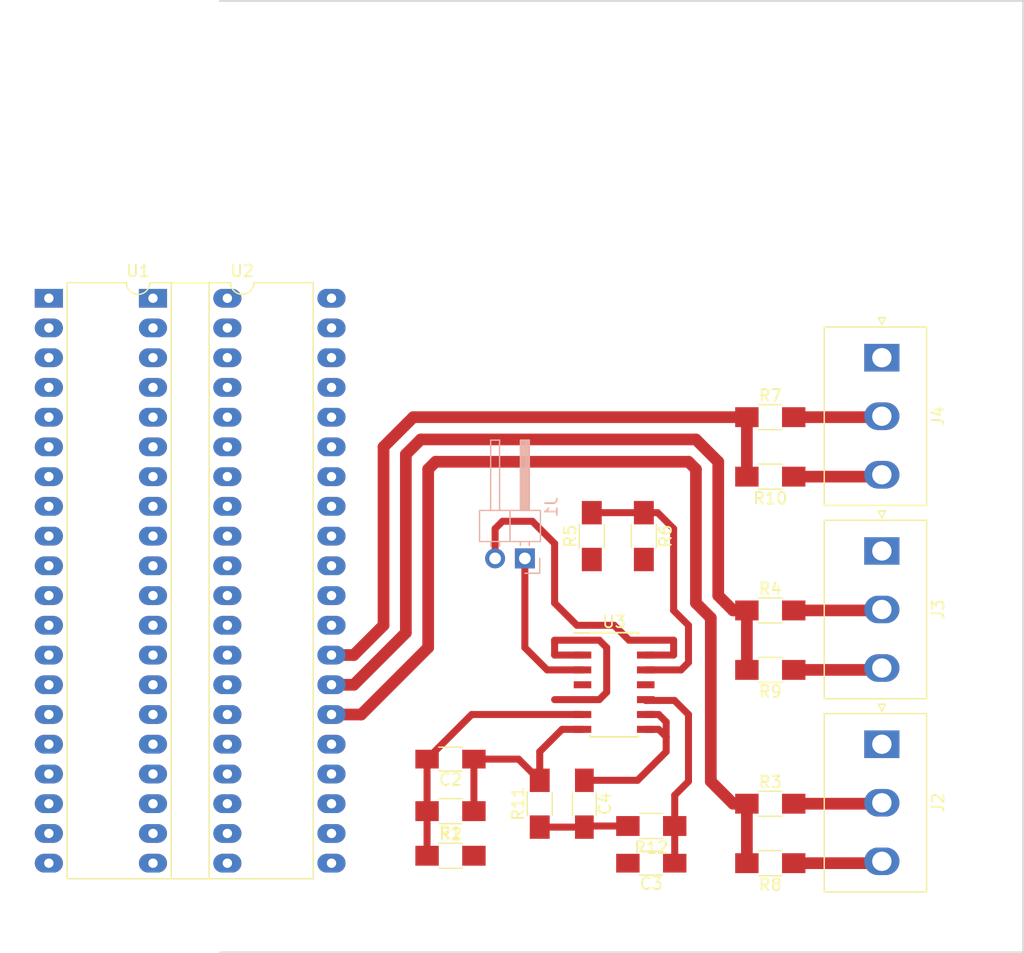
<source format=kicad_pcb>
(kicad_pcb (version 4) (host pcbnew 4.0.7)

  (general
    (links 79)
    (no_connects 48)
    (area 100.254999 73.584999 168.985001 155.015001)
    (thickness 1.6)
    (drawings 3)
    (tracks 101)
    (zones 0)
    (modules 22)
    (nets 57)
  )

  (page A4)
  (layers
    (0 F.Cu signal)
    (31 B.Cu signal)
    (32 B.Adhes user)
    (33 F.Adhes user)
    (34 B.Paste user)
    (35 F.Paste user)
    (36 B.SilkS user)
    (37 F.SilkS user)
    (38 B.Mask user)
    (39 F.Mask user)
    (40 Dwgs.User user)
    (41 Cmts.User user)
    (42 Eco1.User user)
    (43 Eco2.User user)
    (44 Edge.Cuts user)
    (45 Margin user)
    (46 B.CrtYd user)
    (47 F.CrtYd user)
    (48 B.Fab user)
    (49 F.Fab user)
  )

  (setup
    (last_trace_width 0.6)
    (user_trace_width 1)
    (trace_clearance 0.6)
    (zone_clearance 0.508)
    (zone_45_only no)
    (trace_min 0.2)
    (segment_width 0.2)
    (edge_width 0.15)
    (via_size 0.6)
    (via_drill 0.4)
    (via_min_size 0.4)
    (via_min_drill 0.3)
    (uvia_size 0.3)
    (uvia_drill 0.1)
    (uvias_allowed no)
    (uvia_min_size 0.2)
    (uvia_min_drill 0.1)
    (pcb_text_width 0.3)
    (pcb_text_size 1.5 1.5)
    (mod_edge_width 0.15)
    (mod_text_size 1 1)
    (mod_text_width 0.15)
    (pad_size 1.524 1.524)
    (pad_drill 0.762)
    (pad_to_mask_clearance 0.2)
    (aux_axis_origin 0 0)
    (visible_elements 7FFFFFFF)
    (pcbplotparams
      (layerselection 0x00030_80000001)
      (usegerberextensions false)
      (excludeedgelayer true)
      (linewidth 0.100000)
      (plotframeref false)
      (viasonmask false)
      (mode 1)
      (useauxorigin false)
      (hpglpennumber 1)
      (hpglpenspeed 20)
      (hpglpendiameter 15)
      (hpglpenoverlay 2)
      (psnegative false)
      (psa4output false)
      (plotreference true)
      (plotvalue true)
      (plotinvisibletext false)
      (padsonsilk false)
      (subtractmaskfromsilk false)
      (outputformat 1)
      (mirror false)
      (drillshape 1)
      (scaleselection 1)
      (outputdirectory ""))
  )

  (net 0 "")
  (net 1 "Net-(C2-Pad1)")
  (net 2 "Net-(C2-Pad2)")
  (net 3 "Net-(C3-Pad1)")
  (net 4 GND)
  (net 5 Vout)
  (net 6 "Net-(C4-Pad2)")
  (net 7 "Net-(J1-Pad1)")
  (net 8 +2V5)
  (net 9 +5V)
  (net 10 "Net-(J2-Pad2)")
  (net 11 "Net-(J3-Pad2)")
  (net 12 "Net-(J4-Pad2)")
  (net 13 sense1)
  (net 14 sense2)
  (net 15 +3V3)
  (net 16 "Net-(R5-Pad2)")
  (net 17 sense3)
  (net 18 "Net-(U1-Pad1)")
  (net 19 "Net-(U1-Pad21)")
  (net 20 "Net-(U1-Pad2)")
  (net 21 "Net-(U1-Pad22)")
  (net 22 "Net-(U1-Pad3)")
  (net 23 "Net-(U1-Pad23)")
  (net 24 "Net-(U1-Pad4)")
  (net 25 "Net-(U1-Pad24)")
  (net 26 "Net-(U1-Pad5)")
  (net 27 "Net-(U1-Pad25)")
  (net 28 "Net-(U1-Pad6)")
  (net 29 "Net-(U1-Pad26)")
  (net 30 "Net-(U1-Pad7)")
  (net 31 "Net-(U1-Pad27)")
  (net 32 "Net-(U1-Pad8)")
  (net 33 "Net-(U1-Pad28)")
  (net 34 "Net-(U1-Pad9)")
  (net 35 "Net-(U1-Pad29)")
  (net 36 "Net-(U1-Pad10)")
  (net 37 "Net-(U1-Pad30)")
  (net 38 "Net-(U1-Pad11)")
  (net 39 "Net-(U1-Pad31)")
  (net 40 "Net-(U1-Pad12)")
  (net 41 "Net-(U1-Pad32)")
  (net 42 "Net-(U1-Pad13)")
  (net 43 "Net-(U1-Pad33)")
  (net 44 "Net-(U1-Pad14)")
  (net 45 "Net-(U1-Pad34)")
  (net 46 "Net-(U1-Pad15)")
  (net 47 "Net-(U1-Pad35)")
  (net 48 "Net-(U1-Pad16)")
  (net 49 "Net-(U1-Pad36)")
  (net 50 "Net-(U1-Pad17)")
  (net 51 "Net-(U1-Pad37)")
  (net 52 "Net-(U1-Pad38)")
  (net 53 "Net-(U1-Pad39)")
  (net 54 "Net-(U1-Pad40)")
  (net 55 sense4)
  (net 56 "Net-(U3-Pad1)")

  (net_class Default "This is the default net class."
    (clearance 0.6)
    (trace_width 0.6)
    (via_dia 0.6)
    (via_drill 0.4)
    (uvia_dia 0.3)
    (uvia_drill 0.1)
    (add_net +2V5)
    (add_net +3V3)
    (add_net +5V)
    (add_net GND)
    (add_net "Net-(C2-Pad1)")
    (add_net "Net-(C2-Pad2)")
    (add_net "Net-(C3-Pad1)")
    (add_net "Net-(C4-Pad2)")
    (add_net "Net-(J1-Pad1)")
    (add_net "Net-(J2-Pad2)")
    (add_net "Net-(J3-Pad2)")
    (add_net "Net-(J4-Pad2)")
    (add_net "Net-(R5-Pad2)")
    (add_net "Net-(U1-Pad1)")
    (add_net "Net-(U1-Pad10)")
    (add_net "Net-(U1-Pad11)")
    (add_net "Net-(U1-Pad12)")
    (add_net "Net-(U1-Pad13)")
    (add_net "Net-(U1-Pad14)")
    (add_net "Net-(U1-Pad15)")
    (add_net "Net-(U1-Pad16)")
    (add_net "Net-(U1-Pad17)")
    (add_net "Net-(U1-Pad2)")
    (add_net "Net-(U1-Pad21)")
    (add_net "Net-(U1-Pad22)")
    (add_net "Net-(U1-Pad23)")
    (add_net "Net-(U1-Pad24)")
    (add_net "Net-(U1-Pad25)")
    (add_net "Net-(U1-Pad26)")
    (add_net "Net-(U1-Pad27)")
    (add_net "Net-(U1-Pad28)")
    (add_net "Net-(U1-Pad29)")
    (add_net "Net-(U1-Pad3)")
    (add_net "Net-(U1-Pad30)")
    (add_net "Net-(U1-Pad31)")
    (add_net "Net-(U1-Pad32)")
    (add_net "Net-(U1-Pad33)")
    (add_net "Net-(U1-Pad34)")
    (add_net "Net-(U1-Pad35)")
    (add_net "Net-(U1-Pad36)")
    (add_net "Net-(U1-Pad37)")
    (add_net "Net-(U1-Pad38)")
    (add_net "Net-(U1-Pad39)")
    (add_net "Net-(U1-Pad4)")
    (add_net "Net-(U1-Pad40)")
    (add_net "Net-(U1-Pad5)")
    (add_net "Net-(U1-Pad6)")
    (add_net "Net-(U1-Pad7)")
    (add_net "Net-(U1-Pad8)")
    (add_net "Net-(U1-Pad9)")
    (add_net "Net-(U3-Pad1)")
    (add_net Vout)
    (add_net sense1)
    (add_net sense2)
    (add_net sense3)
    (add_net sense4)
  )

  (module Capacitors_SMD:C_1206_HandSoldering (layer F.Cu) (tedit 58AA84D1) (tstamp 5A89C02A)
    (at 137.16 147.32 180)
    (descr "Capacitor SMD 1206, hand soldering")
    (tags "capacitor 1206")
    (path /5A712005)
    (attr smd)
    (fp_text reference C3 (at 0 -1.75 180) (layer F.SilkS)
      (effects (font (size 1 1) (thickness 0.15)))
    )
    (fp_text value 10u (at 0 2 180) (layer F.Fab)
      (effects (font (size 1 1) (thickness 0.15)))
    )
    (fp_text user %R (at 0 -1.75 180) (layer F.Fab)
      (effects (font (size 1 1) (thickness 0.15)))
    )
    (fp_line (start -1.6 0.8) (end -1.6 -0.8) (layer F.Fab) (width 0.1))
    (fp_line (start 1.6 0.8) (end -1.6 0.8) (layer F.Fab) (width 0.1))
    (fp_line (start 1.6 -0.8) (end 1.6 0.8) (layer F.Fab) (width 0.1))
    (fp_line (start -1.6 -0.8) (end 1.6 -0.8) (layer F.Fab) (width 0.1))
    (fp_line (start 1 -1.02) (end -1 -1.02) (layer F.SilkS) (width 0.12))
    (fp_line (start -1 1.02) (end 1 1.02) (layer F.SilkS) (width 0.12))
    (fp_line (start -3.25 -1.05) (end 3.25 -1.05) (layer F.CrtYd) (width 0.05))
    (fp_line (start -3.25 -1.05) (end -3.25 1.05) (layer F.CrtYd) (width 0.05))
    (fp_line (start 3.25 1.05) (end 3.25 -1.05) (layer F.CrtYd) (width 0.05))
    (fp_line (start 3.25 1.05) (end -3.25 1.05) (layer F.CrtYd) (width 0.05))
    (pad 1 smd rect (at -2 0 180) (size 2 1.6) (layers F.Cu F.Paste F.Mask)
      (net 3 "Net-(C3-Pad1)"))
    (pad 2 smd rect (at 2 0 180) (size 2 1.6) (layers F.Cu F.Paste F.Mask)
      (net 4 GND))
    (model Capacitors_SMD.3dshapes/C_1206.wrl
      (at (xyz 0 0 0))
      (scale (xyz 1 1 1))
      (rotate (xyz 0 0 0))
    )
  )

  (module Capacitors_SMD:C_1206_HandSoldering (layer F.Cu) (tedit 58AA84D1) (tstamp 5A89C024)
    (at 120.015 138.43 180)
    (descr "Capacitor SMD 1206, hand soldering")
    (tags "capacitor 1206")
    (path /5A6E5233)
    (attr smd)
    (fp_text reference C2 (at 0 -1.75 180) (layer F.SilkS)
      (effects (font (size 1 1) (thickness 0.15)))
    )
    (fp_text value 1u (at 0 2 180) (layer F.Fab)
      (effects (font (size 1 1) (thickness 0.15)))
    )
    (fp_text user %R (at 0 -1.75 180) (layer F.Fab)
      (effects (font (size 1 1) (thickness 0.15)))
    )
    (fp_line (start -1.6 0.8) (end -1.6 -0.8) (layer F.Fab) (width 0.1))
    (fp_line (start 1.6 0.8) (end -1.6 0.8) (layer F.Fab) (width 0.1))
    (fp_line (start 1.6 -0.8) (end 1.6 0.8) (layer F.Fab) (width 0.1))
    (fp_line (start -1.6 -0.8) (end 1.6 -0.8) (layer F.Fab) (width 0.1))
    (fp_line (start 1 -1.02) (end -1 -1.02) (layer F.SilkS) (width 0.12))
    (fp_line (start -1 1.02) (end 1 1.02) (layer F.SilkS) (width 0.12))
    (fp_line (start -3.25 -1.05) (end 3.25 -1.05) (layer F.CrtYd) (width 0.05))
    (fp_line (start -3.25 -1.05) (end -3.25 1.05) (layer F.CrtYd) (width 0.05))
    (fp_line (start 3.25 1.05) (end 3.25 -1.05) (layer F.CrtYd) (width 0.05))
    (fp_line (start 3.25 1.05) (end -3.25 1.05) (layer F.CrtYd) (width 0.05))
    (pad 1 smd rect (at -2 0 180) (size 2 1.6) (layers F.Cu F.Paste F.Mask)
      (net 1 "Net-(C2-Pad1)"))
    (pad 2 smd rect (at 2 0 180) (size 2 1.6) (layers F.Cu F.Paste F.Mask)
      (net 2 "Net-(C2-Pad2)"))
    (model Capacitors_SMD.3dshapes/C_1206.wrl
      (at (xyz 0 0 0))
      (scale (xyz 1 1 1))
      (rotate (xyz 0 0 0))
    )
  )

  (module Capacitors_SMD:C_1206_HandSoldering (layer F.Cu) (tedit 58AA84D1) (tstamp 5A89C030)
    (at 131.445 142.24 270)
    (descr "Capacitor SMD 1206, hand soldering")
    (tags "capacitor 1206")
    (path /5A7132C5)
    (attr smd)
    (fp_text reference C4 (at 0 -1.75 270) (layer F.SilkS)
      (effects (font (size 1 1) (thickness 0.15)))
    )
    (fp_text value 10u (at 0 2 270) (layer F.Fab)
      (effects (font (size 1 1) (thickness 0.15)))
    )
    (fp_text user %R (at 0 -1.75 270) (layer F.Fab)
      (effects (font (size 1 1) (thickness 0.15)))
    )
    (fp_line (start -1.6 0.8) (end -1.6 -0.8) (layer F.Fab) (width 0.1))
    (fp_line (start 1.6 0.8) (end -1.6 0.8) (layer F.Fab) (width 0.1))
    (fp_line (start 1.6 -0.8) (end 1.6 0.8) (layer F.Fab) (width 0.1))
    (fp_line (start -1.6 -0.8) (end 1.6 -0.8) (layer F.Fab) (width 0.1))
    (fp_line (start 1 -1.02) (end -1 -1.02) (layer F.SilkS) (width 0.12))
    (fp_line (start -1 1.02) (end 1 1.02) (layer F.SilkS) (width 0.12))
    (fp_line (start -3.25 -1.05) (end 3.25 -1.05) (layer F.CrtYd) (width 0.05))
    (fp_line (start -3.25 -1.05) (end -3.25 1.05) (layer F.CrtYd) (width 0.05))
    (fp_line (start 3.25 1.05) (end 3.25 -1.05) (layer F.CrtYd) (width 0.05))
    (fp_line (start 3.25 1.05) (end -3.25 1.05) (layer F.CrtYd) (width 0.05))
    (pad 1 smd rect (at -2 0 270) (size 2 1.6) (layers F.Cu F.Paste F.Mask)
      (net 5 Vout))
    (pad 2 smd rect (at 2 0 270) (size 2 1.6) (layers F.Cu F.Paste F.Mask)
      (net 6 "Net-(C4-Pad2)"))
    (model Capacitors_SMD.3dshapes/C_1206.wrl
      (at (xyz 0 0 0))
      (scale (xyz 1 1 1))
      (rotate (xyz 0 0 0))
    )
  )

  (module Pin_Headers:Pin_Header_Angled_1x02_Pitch2.54mm (layer B.Cu) (tedit 59650532) (tstamp 5A89C036)
    (at 126.365 121.285 90)
    (descr "Through hole angled pin header, 1x02, 2.54mm pitch, 6mm pin length, single row")
    (tags "Through hole angled pin header THT 1x02 2.54mm single row")
    (path /5A6E3E71)
    (fp_text reference J1 (at 4.385 2.27 90) (layer B.SilkS)
      (effects (font (size 1 1) (thickness 0.15)) (justify mirror))
    )
    (fp_text value Conn_Coaxial (at 4.385 -4.81 90) (layer B.Fab)
      (effects (font (size 1 1) (thickness 0.15)) (justify mirror))
    )
    (fp_line (start 2.135 1.27) (end 4.04 1.27) (layer B.Fab) (width 0.1))
    (fp_line (start 4.04 1.27) (end 4.04 -3.81) (layer B.Fab) (width 0.1))
    (fp_line (start 4.04 -3.81) (end 1.5 -3.81) (layer B.Fab) (width 0.1))
    (fp_line (start 1.5 -3.81) (end 1.5 0.635) (layer B.Fab) (width 0.1))
    (fp_line (start 1.5 0.635) (end 2.135 1.27) (layer B.Fab) (width 0.1))
    (fp_line (start -0.32 0.32) (end 1.5 0.32) (layer B.Fab) (width 0.1))
    (fp_line (start -0.32 0.32) (end -0.32 -0.32) (layer B.Fab) (width 0.1))
    (fp_line (start -0.32 -0.32) (end 1.5 -0.32) (layer B.Fab) (width 0.1))
    (fp_line (start 4.04 0.32) (end 10.04 0.32) (layer B.Fab) (width 0.1))
    (fp_line (start 10.04 0.32) (end 10.04 -0.32) (layer B.Fab) (width 0.1))
    (fp_line (start 4.04 -0.32) (end 10.04 -0.32) (layer B.Fab) (width 0.1))
    (fp_line (start -0.32 -2.22) (end 1.5 -2.22) (layer B.Fab) (width 0.1))
    (fp_line (start -0.32 -2.22) (end -0.32 -2.86) (layer B.Fab) (width 0.1))
    (fp_line (start -0.32 -2.86) (end 1.5 -2.86) (layer B.Fab) (width 0.1))
    (fp_line (start 4.04 -2.22) (end 10.04 -2.22) (layer B.Fab) (width 0.1))
    (fp_line (start 10.04 -2.22) (end 10.04 -2.86) (layer B.Fab) (width 0.1))
    (fp_line (start 4.04 -2.86) (end 10.04 -2.86) (layer B.Fab) (width 0.1))
    (fp_line (start 1.44 1.33) (end 1.44 -3.87) (layer B.SilkS) (width 0.12))
    (fp_line (start 1.44 -3.87) (end 4.1 -3.87) (layer B.SilkS) (width 0.12))
    (fp_line (start 4.1 -3.87) (end 4.1 1.33) (layer B.SilkS) (width 0.12))
    (fp_line (start 4.1 1.33) (end 1.44 1.33) (layer B.SilkS) (width 0.12))
    (fp_line (start 4.1 0.38) (end 10.1 0.38) (layer B.SilkS) (width 0.12))
    (fp_line (start 10.1 0.38) (end 10.1 -0.38) (layer B.SilkS) (width 0.12))
    (fp_line (start 10.1 -0.38) (end 4.1 -0.38) (layer B.SilkS) (width 0.12))
    (fp_line (start 4.1 0.32) (end 10.1 0.32) (layer B.SilkS) (width 0.12))
    (fp_line (start 4.1 0.2) (end 10.1 0.2) (layer B.SilkS) (width 0.12))
    (fp_line (start 4.1 0.08) (end 10.1 0.08) (layer B.SilkS) (width 0.12))
    (fp_line (start 4.1 -0.04) (end 10.1 -0.04) (layer B.SilkS) (width 0.12))
    (fp_line (start 4.1 -0.16) (end 10.1 -0.16) (layer B.SilkS) (width 0.12))
    (fp_line (start 4.1 -0.28) (end 10.1 -0.28) (layer B.SilkS) (width 0.12))
    (fp_line (start 1.11 0.38) (end 1.44 0.38) (layer B.SilkS) (width 0.12))
    (fp_line (start 1.11 -0.38) (end 1.44 -0.38) (layer B.SilkS) (width 0.12))
    (fp_line (start 1.44 -1.27) (end 4.1 -1.27) (layer B.SilkS) (width 0.12))
    (fp_line (start 4.1 -2.16) (end 10.1 -2.16) (layer B.SilkS) (width 0.12))
    (fp_line (start 10.1 -2.16) (end 10.1 -2.92) (layer B.SilkS) (width 0.12))
    (fp_line (start 10.1 -2.92) (end 4.1 -2.92) (layer B.SilkS) (width 0.12))
    (fp_line (start 1.042929 -2.16) (end 1.44 -2.16) (layer B.SilkS) (width 0.12))
    (fp_line (start 1.042929 -2.92) (end 1.44 -2.92) (layer B.SilkS) (width 0.12))
    (fp_line (start -1.27 0) (end -1.27 1.27) (layer B.SilkS) (width 0.12))
    (fp_line (start -1.27 1.27) (end 0 1.27) (layer B.SilkS) (width 0.12))
    (fp_line (start -1.8 1.8) (end -1.8 -4.35) (layer B.CrtYd) (width 0.05))
    (fp_line (start -1.8 -4.35) (end 10.55 -4.35) (layer B.CrtYd) (width 0.05))
    (fp_line (start 10.55 -4.35) (end 10.55 1.8) (layer B.CrtYd) (width 0.05))
    (fp_line (start 10.55 1.8) (end -1.8 1.8) (layer B.CrtYd) (width 0.05))
    (fp_text user %R (at 2.77 -1.27 360) (layer B.Fab)
      (effects (font (size 1 1) (thickness 0.15)) (justify mirror))
    )
    (pad 1 thru_hole rect (at 0 0 90) (size 1.7 1.7) (drill 1) (layers *.Cu *.Mask)
      (net 7 "Net-(J1-Pad1)"))
    (pad 2 thru_hole oval (at 0 -2.54 90) (size 1.7 1.7) (drill 1) (layers *.Cu *.Mask)
      (net 8 +2V5))
    (model ${KISYS3DMOD}/Pin_Headers.3dshapes/Pin_Header_Angled_1x02_Pitch2.54mm.wrl
      (at (xyz 0 0 0))
      (scale (xyz 1 1 1))
      (rotate (xyz 0 0 0))
    )
  )

  (module Connectors_JST:JST_NV_B03P-NV_3x5.00mm_Vertical (layer F.Cu) (tedit 59DBB535) (tstamp 5A89C03D)
    (at 156.845 137.16 270)
    (descr "JST NV series connector, B03P-NV, 5.00mm pitch, top entry type, through hole")
    (tags "connector jst nv vertical")
    (path /5A71AB61)
    (fp_text reference J2 (at 5 -4.8 270) (layer F.SilkS)
      (effects (font (size 1 1) (thickness 0.15)))
    )
    (fp_text value Conn_01x03 (at 5 6 270) (layer F.Fab)
      (effects (font (size 1 1) (thickness 0.15)))
    )
    (fp_line (start -2.5 -3.7) (end -2.5 4.8) (layer F.Fab) (width 0.1))
    (fp_line (start -2.5 4.8) (end 12.5 4.8) (layer F.Fab) (width 0.1))
    (fp_line (start 12.5 4.8) (end 12.5 -3.7) (layer F.Fab) (width 0.1))
    (fp_line (start 12.5 -3.7) (end -2.5 -3.7) (layer F.Fab) (width 0.1))
    (fp_line (start -2.5 -2) (end 12.5 -2) (layer F.Fab) (width 0.1))
    (fp_line (start -2.5 -1) (end -1.5 0) (layer F.Fab) (width 0.1))
    (fp_line (start -2.5 1) (end -1.5 0) (layer F.Fab) (width 0.1))
    (fp_line (start -3 -4.2) (end -3 5.3) (layer F.CrtYd) (width 0.05))
    (fp_line (start -3 5.3) (end 13 5.3) (layer F.CrtYd) (width 0.05))
    (fp_line (start 13 5.3) (end 13 -4.2) (layer F.CrtYd) (width 0.05))
    (fp_line (start 13 -4.2) (end -3 -4.2) (layer F.CrtYd) (width 0.05))
    (fp_line (start -2.62 -3.82) (end -2.62 4.92) (layer F.SilkS) (width 0.12))
    (fp_line (start -2.62 4.92) (end 12.62 4.92) (layer F.SilkS) (width 0.12))
    (fp_line (start 12.62 4.92) (end 12.62 -3.82) (layer F.SilkS) (width 0.12))
    (fp_line (start 12.62 -3.82) (end -2.62 -3.82) (layer F.SilkS) (width 0.12))
    (fp_line (start -2.82 0) (end -3.42 0.3) (layer F.SilkS) (width 0.12))
    (fp_line (start -3.42 0.3) (end -3.42 -0.3) (layer F.SilkS) (width 0.12))
    (fp_line (start -3.42 -0.3) (end -2.82 0) (layer F.SilkS) (width 0.12))
    (fp_text user %R (at 5 2.5 270) (layer F.Fab)
      (effects (font (size 1 1) (thickness 0.15)))
    )
    (pad 1 thru_hole rect (at 0 0 270) (size 2.35 3) (drill 1.65) (layers *.Cu *.Mask)
      (net 9 +5V))
    (pad 2 thru_hole oval (at 5 0 270) (size 2.35 3) (drill 1.65) (layers *.Cu *.Mask)
      (net 10 "Net-(J2-Pad2)"))
    (pad 3 thru_hole oval (at 10 0 270) (size 2.35 3) (drill 1.65) (layers *.Cu *.Mask)
      (net 4 GND))
    (model ${KISYS3DMOD}/Connectors_JST.3dshapes/JST_NV_B03P-NV_3x5.00mm_Vertical.wrl
      (at (xyz 0 0 0))
      (scale (xyz 1 1 1))
      (rotate (xyz 0 0 0))
    )
  )

  (module Connectors_JST:JST_NV_B03P-NV_3x5.00mm_Vertical (layer F.Cu) (tedit 59DBB535) (tstamp 5A89C044)
    (at 156.845 120.65 270)
    (descr "JST NV series connector, B03P-NV, 5.00mm pitch, top entry type, through hole")
    (tags "connector jst nv vertical")
    (path /5A71AD10)
    (fp_text reference J3 (at 5 -4.8 270) (layer F.SilkS)
      (effects (font (size 1 1) (thickness 0.15)))
    )
    (fp_text value Conn_01x03 (at 5 6 270) (layer F.Fab)
      (effects (font (size 1 1) (thickness 0.15)))
    )
    (fp_line (start -2.5 -3.7) (end -2.5 4.8) (layer F.Fab) (width 0.1))
    (fp_line (start -2.5 4.8) (end 12.5 4.8) (layer F.Fab) (width 0.1))
    (fp_line (start 12.5 4.8) (end 12.5 -3.7) (layer F.Fab) (width 0.1))
    (fp_line (start 12.5 -3.7) (end -2.5 -3.7) (layer F.Fab) (width 0.1))
    (fp_line (start -2.5 -2) (end 12.5 -2) (layer F.Fab) (width 0.1))
    (fp_line (start -2.5 -1) (end -1.5 0) (layer F.Fab) (width 0.1))
    (fp_line (start -2.5 1) (end -1.5 0) (layer F.Fab) (width 0.1))
    (fp_line (start -3 -4.2) (end -3 5.3) (layer F.CrtYd) (width 0.05))
    (fp_line (start -3 5.3) (end 13 5.3) (layer F.CrtYd) (width 0.05))
    (fp_line (start 13 5.3) (end 13 -4.2) (layer F.CrtYd) (width 0.05))
    (fp_line (start 13 -4.2) (end -3 -4.2) (layer F.CrtYd) (width 0.05))
    (fp_line (start -2.62 -3.82) (end -2.62 4.92) (layer F.SilkS) (width 0.12))
    (fp_line (start -2.62 4.92) (end 12.62 4.92) (layer F.SilkS) (width 0.12))
    (fp_line (start 12.62 4.92) (end 12.62 -3.82) (layer F.SilkS) (width 0.12))
    (fp_line (start 12.62 -3.82) (end -2.62 -3.82) (layer F.SilkS) (width 0.12))
    (fp_line (start -2.82 0) (end -3.42 0.3) (layer F.SilkS) (width 0.12))
    (fp_line (start -3.42 0.3) (end -3.42 -0.3) (layer F.SilkS) (width 0.12))
    (fp_line (start -3.42 -0.3) (end -2.82 0) (layer F.SilkS) (width 0.12))
    (fp_text user %R (at 5 2.5 270) (layer F.Fab)
      (effects (font (size 1 1) (thickness 0.15)))
    )
    (pad 1 thru_hole rect (at 0 0 270) (size 2.35 3) (drill 1.65) (layers *.Cu *.Mask)
      (net 9 +5V))
    (pad 2 thru_hole oval (at 5 0 270) (size 2.35 3) (drill 1.65) (layers *.Cu *.Mask)
      (net 11 "Net-(J3-Pad2)"))
    (pad 3 thru_hole oval (at 10 0 270) (size 2.35 3) (drill 1.65) (layers *.Cu *.Mask)
      (net 4 GND))
    (model ${KISYS3DMOD}/Connectors_JST.3dshapes/JST_NV_B03P-NV_3x5.00mm_Vertical.wrl
      (at (xyz 0 0 0))
      (scale (xyz 1 1 1))
      (rotate (xyz 0 0 0))
    )
  )

  (module Connectors_JST:JST_NV_B03P-NV_3x5.00mm_Vertical (layer F.Cu) (tedit 59DBB535) (tstamp 5A89C04B)
    (at 156.845 104.14 270)
    (descr "JST NV series connector, B03P-NV, 5.00mm pitch, top entry type, through hole")
    (tags "connector jst nv vertical")
    (path /5A71ADD7)
    (fp_text reference J4 (at 5 -4.8 270) (layer F.SilkS)
      (effects (font (size 1 1) (thickness 0.15)))
    )
    (fp_text value Conn_01x03 (at 5 6 270) (layer F.Fab)
      (effects (font (size 1 1) (thickness 0.15)))
    )
    (fp_line (start -2.5 -3.7) (end -2.5 4.8) (layer F.Fab) (width 0.1))
    (fp_line (start -2.5 4.8) (end 12.5 4.8) (layer F.Fab) (width 0.1))
    (fp_line (start 12.5 4.8) (end 12.5 -3.7) (layer F.Fab) (width 0.1))
    (fp_line (start 12.5 -3.7) (end -2.5 -3.7) (layer F.Fab) (width 0.1))
    (fp_line (start -2.5 -2) (end 12.5 -2) (layer F.Fab) (width 0.1))
    (fp_line (start -2.5 -1) (end -1.5 0) (layer F.Fab) (width 0.1))
    (fp_line (start -2.5 1) (end -1.5 0) (layer F.Fab) (width 0.1))
    (fp_line (start -3 -4.2) (end -3 5.3) (layer F.CrtYd) (width 0.05))
    (fp_line (start -3 5.3) (end 13 5.3) (layer F.CrtYd) (width 0.05))
    (fp_line (start 13 5.3) (end 13 -4.2) (layer F.CrtYd) (width 0.05))
    (fp_line (start 13 -4.2) (end -3 -4.2) (layer F.CrtYd) (width 0.05))
    (fp_line (start -2.62 -3.82) (end -2.62 4.92) (layer F.SilkS) (width 0.12))
    (fp_line (start -2.62 4.92) (end 12.62 4.92) (layer F.SilkS) (width 0.12))
    (fp_line (start 12.62 4.92) (end 12.62 -3.82) (layer F.SilkS) (width 0.12))
    (fp_line (start 12.62 -3.82) (end -2.62 -3.82) (layer F.SilkS) (width 0.12))
    (fp_line (start -2.82 0) (end -3.42 0.3) (layer F.SilkS) (width 0.12))
    (fp_line (start -3.42 0.3) (end -3.42 -0.3) (layer F.SilkS) (width 0.12))
    (fp_line (start -3.42 -0.3) (end -2.82 0) (layer F.SilkS) (width 0.12))
    (fp_text user %R (at 5 2.5 270) (layer F.Fab)
      (effects (font (size 1 1) (thickness 0.15)))
    )
    (pad 1 thru_hole rect (at 0 0 270) (size 2.35 3) (drill 1.65) (layers *.Cu *.Mask)
      (net 9 +5V))
    (pad 2 thru_hole oval (at 5 0 270) (size 2.35 3) (drill 1.65) (layers *.Cu *.Mask)
      (net 12 "Net-(J4-Pad2)"))
    (pad 3 thru_hole oval (at 10 0 270) (size 2.35 3) (drill 1.65) (layers *.Cu *.Mask)
      (net 4 GND))
    (model ${KISYS3DMOD}/Connectors_JST.3dshapes/JST_NV_B03P-NV_3x5.00mm_Vertical.wrl
      (at (xyz 0 0 0))
      (scale (xyz 1 1 1))
      (rotate (xyz 0 0 0))
    )
  )

  (module Resistors_SMD:R_1206_HandSoldering (layer F.Cu) (tedit 58E0A804) (tstamp 5A89C051)
    (at 120.015 142.875 180)
    (descr "Resistor SMD 1206, hand soldering")
    (tags "resistor 1206")
    (path /5A6E47F3)
    (attr smd)
    (fp_text reference R1 (at 0 -1.85 180) (layer F.SilkS)
      (effects (font (size 1 1) (thickness 0.15)))
    )
    (fp_text value 220k (at 0 1.9 180) (layer F.Fab)
      (effects (font (size 1 1) (thickness 0.15)))
    )
    (fp_text user %R (at 0 0 180) (layer F.Fab)
      (effects (font (size 0.7 0.7) (thickness 0.105)))
    )
    (fp_line (start -1.6 0.8) (end -1.6 -0.8) (layer F.Fab) (width 0.1))
    (fp_line (start 1.6 0.8) (end -1.6 0.8) (layer F.Fab) (width 0.1))
    (fp_line (start 1.6 -0.8) (end 1.6 0.8) (layer F.Fab) (width 0.1))
    (fp_line (start -1.6 -0.8) (end 1.6 -0.8) (layer F.Fab) (width 0.1))
    (fp_line (start 1 1.07) (end -1 1.07) (layer F.SilkS) (width 0.12))
    (fp_line (start -1 -1.07) (end 1 -1.07) (layer F.SilkS) (width 0.12))
    (fp_line (start -3.25 -1.11) (end 3.25 -1.11) (layer F.CrtYd) (width 0.05))
    (fp_line (start -3.25 -1.11) (end -3.25 1.1) (layer F.CrtYd) (width 0.05))
    (fp_line (start 3.25 1.1) (end 3.25 -1.11) (layer F.CrtYd) (width 0.05))
    (fp_line (start 3.25 1.1) (end -3.25 1.1) (layer F.CrtYd) (width 0.05))
    (pad 1 smd rect (at -2 0 180) (size 2 1.7) (layers F.Cu F.Paste F.Mask)
      (net 1 "Net-(C2-Pad1)"))
    (pad 2 smd rect (at 2 0 180) (size 2 1.7) (layers F.Cu F.Paste F.Mask)
      (net 2 "Net-(C2-Pad2)"))
    (model ${KISYS3DMOD}/Resistors_SMD.3dshapes/R_1206.wrl
      (at (xyz 0 0 0))
      (scale (xyz 1 1 1))
      (rotate (xyz 0 0 0))
    )
  )

  (module Resistors_SMD:R_1206_HandSoldering (layer F.Cu) (tedit 58E0A804) (tstamp 5A89C057)
    (at 120.015 146.685)
    (descr "Resistor SMD 1206, hand soldering")
    (tags "resistor 1206")
    (path /5A6E4843)
    (attr smd)
    (fp_text reference R2 (at 0 -1.85) (layer F.SilkS)
      (effects (font (size 1 1) (thickness 0.15)))
    )
    (fp_text value 68k (at 0 1.9) (layer F.Fab)
      (effects (font (size 1 1) (thickness 0.15)))
    )
    (fp_text user %R (at 0 0) (layer F.Fab)
      (effects (font (size 0.7 0.7) (thickness 0.105)))
    )
    (fp_line (start -1.6 0.8) (end -1.6 -0.8) (layer F.Fab) (width 0.1))
    (fp_line (start 1.6 0.8) (end -1.6 0.8) (layer F.Fab) (width 0.1))
    (fp_line (start 1.6 -0.8) (end 1.6 0.8) (layer F.Fab) (width 0.1))
    (fp_line (start -1.6 -0.8) (end 1.6 -0.8) (layer F.Fab) (width 0.1))
    (fp_line (start 1 1.07) (end -1 1.07) (layer F.SilkS) (width 0.12))
    (fp_line (start -1 -1.07) (end 1 -1.07) (layer F.SilkS) (width 0.12))
    (fp_line (start -3.25 -1.11) (end 3.25 -1.11) (layer F.CrtYd) (width 0.05))
    (fp_line (start -3.25 -1.11) (end -3.25 1.1) (layer F.CrtYd) (width 0.05))
    (fp_line (start 3.25 1.1) (end 3.25 -1.11) (layer F.CrtYd) (width 0.05))
    (fp_line (start 3.25 1.1) (end -3.25 1.1) (layer F.CrtYd) (width 0.05))
    (pad 1 smd rect (at -2 0) (size 2 1.7) (layers F.Cu F.Paste F.Mask)
      (net 2 "Net-(C2-Pad2)"))
    (pad 2 smd rect (at 2 0) (size 2 1.7) (layers F.Cu F.Paste F.Mask)
      (net 8 +2V5))
    (model ${KISYS3DMOD}/Resistors_SMD.3dshapes/R_1206.wrl
      (at (xyz 0 0 0))
      (scale (xyz 1 1 1))
      (rotate (xyz 0 0 0))
    )
  )

  (module Resistors_SMD:R_1206_HandSoldering (layer F.Cu) (tedit 58E0A804) (tstamp 5A89C05D)
    (at 147.32 142.24)
    (descr "Resistor SMD 1206, hand soldering")
    (tags "resistor 1206")
    (path /5A720C1F)
    (attr smd)
    (fp_text reference R3 (at 0 -1.85) (layer F.SilkS)
      (effects (font (size 1 1) (thickness 0.15)))
    )
    (fp_text value 68k (at 0 1.9) (layer F.Fab)
      (effects (font (size 1 1) (thickness 0.15)))
    )
    (fp_text user %R (at 0 0) (layer F.Fab)
      (effects (font (size 0.7 0.7) (thickness 0.105)))
    )
    (fp_line (start -1.6 0.8) (end -1.6 -0.8) (layer F.Fab) (width 0.1))
    (fp_line (start 1.6 0.8) (end -1.6 0.8) (layer F.Fab) (width 0.1))
    (fp_line (start 1.6 -0.8) (end 1.6 0.8) (layer F.Fab) (width 0.1))
    (fp_line (start -1.6 -0.8) (end 1.6 -0.8) (layer F.Fab) (width 0.1))
    (fp_line (start 1 1.07) (end -1 1.07) (layer F.SilkS) (width 0.12))
    (fp_line (start -1 -1.07) (end 1 -1.07) (layer F.SilkS) (width 0.12))
    (fp_line (start -3.25 -1.11) (end 3.25 -1.11) (layer F.CrtYd) (width 0.05))
    (fp_line (start -3.25 -1.11) (end -3.25 1.1) (layer F.CrtYd) (width 0.05))
    (fp_line (start 3.25 1.1) (end 3.25 -1.11) (layer F.CrtYd) (width 0.05))
    (fp_line (start 3.25 1.1) (end -3.25 1.1) (layer F.CrtYd) (width 0.05))
    (pad 1 smd rect (at -2 0) (size 2 1.7) (layers F.Cu F.Paste F.Mask)
      (net 13 sense1))
    (pad 2 smd rect (at 2 0) (size 2 1.7) (layers F.Cu F.Paste F.Mask)
      (net 10 "Net-(J2-Pad2)"))
    (model ${KISYS3DMOD}/Resistors_SMD.3dshapes/R_1206.wrl
      (at (xyz 0 0 0))
      (scale (xyz 1 1 1))
      (rotate (xyz 0 0 0))
    )
  )

  (module Resistors_SMD:R_1206_HandSoldering (layer F.Cu) (tedit 58E0A804) (tstamp 5A89C063)
    (at 147.32 125.73)
    (descr "Resistor SMD 1206, hand soldering")
    (tags "resistor 1206")
    (path /5A720BAC)
    (attr smd)
    (fp_text reference R4 (at 0 -1.85) (layer F.SilkS)
      (effects (font (size 1 1) (thickness 0.15)))
    )
    (fp_text value 68k (at 0 1.9) (layer F.Fab)
      (effects (font (size 1 1) (thickness 0.15)))
    )
    (fp_text user %R (at 0 0) (layer F.Fab)
      (effects (font (size 0.7 0.7) (thickness 0.105)))
    )
    (fp_line (start -1.6 0.8) (end -1.6 -0.8) (layer F.Fab) (width 0.1))
    (fp_line (start 1.6 0.8) (end -1.6 0.8) (layer F.Fab) (width 0.1))
    (fp_line (start 1.6 -0.8) (end 1.6 0.8) (layer F.Fab) (width 0.1))
    (fp_line (start -1.6 -0.8) (end 1.6 -0.8) (layer F.Fab) (width 0.1))
    (fp_line (start 1 1.07) (end -1 1.07) (layer F.SilkS) (width 0.12))
    (fp_line (start -1 -1.07) (end 1 -1.07) (layer F.SilkS) (width 0.12))
    (fp_line (start -3.25 -1.11) (end 3.25 -1.11) (layer F.CrtYd) (width 0.05))
    (fp_line (start -3.25 -1.11) (end -3.25 1.1) (layer F.CrtYd) (width 0.05))
    (fp_line (start 3.25 1.1) (end 3.25 -1.11) (layer F.CrtYd) (width 0.05))
    (fp_line (start 3.25 1.1) (end -3.25 1.1) (layer F.CrtYd) (width 0.05))
    (pad 1 smd rect (at -2 0) (size 2 1.7) (layers F.Cu F.Paste F.Mask)
      (net 14 sense2))
    (pad 2 smd rect (at 2 0) (size 2 1.7) (layers F.Cu F.Paste F.Mask)
      (net 11 "Net-(J3-Pad2)"))
    (model ${KISYS3DMOD}/Resistors_SMD.3dshapes/R_1206.wrl
      (at (xyz 0 0 0))
      (scale (xyz 1 1 1))
      (rotate (xyz 0 0 0))
    )
  )

  (module Resistors_SMD:R_1206_HandSoldering (layer F.Cu) (tedit 58E0A804) (tstamp 5A89C069)
    (at 132.08 119.38 90)
    (descr "Resistor SMD 1206, hand soldering")
    (tags "resistor 1206")
    (path /5A6E3522)
    (attr smd)
    (fp_text reference R5 (at 0 -1.85 90) (layer F.SilkS)
      (effects (font (size 1 1) (thickness 0.15)))
    )
    (fp_text value 68k (at 0 1.9 90) (layer F.Fab)
      (effects (font (size 1 1) (thickness 0.15)))
    )
    (fp_text user %R (at 0 0 90) (layer F.Fab)
      (effects (font (size 0.7 0.7) (thickness 0.105)))
    )
    (fp_line (start -1.6 0.8) (end -1.6 -0.8) (layer F.Fab) (width 0.1))
    (fp_line (start 1.6 0.8) (end -1.6 0.8) (layer F.Fab) (width 0.1))
    (fp_line (start 1.6 -0.8) (end 1.6 0.8) (layer F.Fab) (width 0.1))
    (fp_line (start -1.6 -0.8) (end 1.6 -0.8) (layer F.Fab) (width 0.1))
    (fp_line (start 1 1.07) (end -1 1.07) (layer F.SilkS) (width 0.12))
    (fp_line (start -1 -1.07) (end 1 -1.07) (layer F.SilkS) (width 0.12))
    (fp_line (start -3.25 -1.11) (end 3.25 -1.11) (layer F.CrtYd) (width 0.05))
    (fp_line (start -3.25 -1.11) (end -3.25 1.1) (layer F.CrtYd) (width 0.05))
    (fp_line (start 3.25 1.1) (end 3.25 -1.11) (layer F.CrtYd) (width 0.05))
    (fp_line (start 3.25 1.1) (end -3.25 1.1) (layer F.CrtYd) (width 0.05))
    (pad 1 smd rect (at -2 0 90) (size 2 1.7) (layers F.Cu F.Paste F.Mask)
      (net 15 +3V3))
    (pad 2 smd rect (at 2 0 90) (size 2 1.7) (layers F.Cu F.Paste F.Mask)
      (net 16 "Net-(R5-Pad2)"))
    (model ${KISYS3DMOD}/Resistors_SMD.3dshapes/R_1206.wrl
      (at (xyz 0 0 0))
      (scale (xyz 1 1 1))
      (rotate (xyz 0 0 0))
    )
  )

  (module Resistors_SMD:R_1206_HandSoldering (layer F.Cu) (tedit 58E0A804) (tstamp 5A89C06F)
    (at 136.525 119.38 270)
    (descr "Resistor SMD 1206, hand soldering")
    (tags "resistor 1206")
    (path /5A6E35D7)
    (attr smd)
    (fp_text reference R6 (at 0 -1.85 270) (layer F.SilkS)
      (effects (font (size 1 1) (thickness 0.15)))
    )
    (fp_text value 68k (at 0 1.9 270) (layer F.Fab)
      (effects (font (size 1 1) (thickness 0.15)))
    )
    (fp_text user %R (at 0 0 270) (layer F.Fab)
      (effects (font (size 0.7 0.7) (thickness 0.105)))
    )
    (fp_line (start -1.6 0.8) (end -1.6 -0.8) (layer F.Fab) (width 0.1))
    (fp_line (start 1.6 0.8) (end -1.6 0.8) (layer F.Fab) (width 0.1))
    (fp_line (start 1.6 -0.8) (end 1.6 0.8) (layer F.Fab) (width 0.1))
    (fp_line (start -1.6 -0.8) (end 1.6 -0.8) (layer F.Fab) (width 0.1))
    (fp_line (start 1 1.07) (end -1 1.07) (layer F.SilkS) (width 0.12))
    (fp_line (start -1 -1.07) (end 1 -1.07) (layer F.SilkS) (width 0.12))
    (fp_line (start -3.25 -1.11) (end 3.25 -1.11) (layer F.CrtYd) (width 0.05))
    (fp_line (start -3.25 -1.11) (end -3.25 1.1) (layer F.CrtYd) (width 0.05))
    (fp_line (start 3.25 1.1) (end 3.25 -1.11) (layer F.CrtYd) (width 0.05))
    (fp_line (start 3.25 1.1) (end -3.25 1.1) (layer F.CrtYd) (width 0.05))
    (pad 1 smd rect (at -2 0 270) (size 2 1.7) (layers F.Cu F.Paste F.Mask)
      (net 16 "Net-(R5-Pad2)"))
    (pad 2 smd rect (at 2 0 270) (size 2 1.7) (layers F.Cu F.Paste F.Mask)
      (net 4 GND))
    (model ${KISYS3DMOD}/Resistors_SMD.3dshapes/R_1206.wrl
      (at (xyz 0 0 0))
      (scale (xyz 1 1 1))
      (rotate (xyz 0 0 0))
    )
  )

  (module Resistors_SMD:R_1206_HandSoldering (layer F.Cu) (tedit 58E0A804) (tstamp 5A89C075)
    (at 147.32 109.22)
    (descr "Resistor SMD 1206, hand soldering")
    (tags "resistor 1206")
    (path /5A71E368)
    (attr smd)
    (fp_text reference R7 (at 0 -1.85) (layer F.SilkS)
      (effects (font (size 1 1) (thickness 0.15)))
    )
    (fp_text value 68k (at 0 1.9) (layer F.Fab)
      (effects (font (size 1 1) (thickness 0.15)))
    )
    (fp_text user %R (at 0 0) (layer F.Fab)
      (effects (font (size 0.7 0.7) (thickness 0.105)))
    )
    (fp_line (start -1.6 0.8) (end -1.6 -0.8) (layer F.Fab) (width 0.1))
    (fp_line (start 1.6 0.8) (end -1.6 0.8) (layer F.Fab) (width 0.1))
    (fp_line (start 1.6 -0.8) (end 1.6 0.8) (layer F.Fab) (width 0.1))
    (fp_line (start -1.6 -0.8) (end 1.6 -0.8) (layer F.Fab) (width 0.1))
    (fp_line (start 1 1.07) (end -1 1.07) (layer F.SilkS) (width 0.12))
    (fp_line (start -1 -1.07) (end 1 -1.07) (layer F.SilkS) (width 0.12))
    (fp_line (start -3.25 -1.11) (end 3.25 -1.11) (layer F.CrtYd) (width 0.05))
    (fp_line (start -3.25 -1.11) (end -3.25 1.1) (layer F.CrtYd) (width 0.05))
    (fp_line (start 3.25 1.1) (end 3.25 -1.11) (layer F.CrtYd) (width 0.05))
    (fp_line (start 3.25 1.1) (end -3.25 1.1) (layer F.CrtYd) (width 0.05))
    (pad 1 smd rect (at -2 0) (size 2 1.7) (layers F.Cu F.Paste F.Mask)
      (net 17 sense3))
    (pad 2 smd rect (at 2 0) (size 2 1.7) (layers F.Cu F.Paste F.Mask)
      (net 12 "Net-(J4-Pad2)"))
    (model ${KISYS3DMOD}/Resistors_SMD.3dshapes/R_1206.wrl
      (at (xyz 0 0 0))
      (scale (xyz 1 1 1))
      (rotate (xyz 0 0 0))
    )
  )

  (module Resistors_SMD:R_1206_HandSoldering (layer F.Cu) (tedit 58E0A804) (tstamp 5A89C07B)
    (at 147.32 147.32 180)
    (descr "Resistor SMD 1206, hand soldering")
    (tags "resistor 1206")
    (path /5A720C25)
    (attr smd)
    (fp_text reference R8 (at 0 -1.85 180) (layer F.SilkS)
      (effects (font (size 1 1) (thickness 0.15)))
    )
    (fp_text value 40k (at 0 1.9 180) (layer F.Fab)
      (effects (font (size 1 1) (thickness 0.15)))
    )
    (fp_text user %R (at 0 0 180) (layer F.Fab)
      (effects (font (size 0.7 0.7) (thickness 0.105)))
    )
    (fp_line (start -1.6 0.8) (end -1.6 -0.8) (layer F.Fab) (width 0.1))
    (fp_line (start 1.6 0.8) (end -1.6 0.8) (layer F.Fab) (width 0.1))
    (fp_line (start 1.6 -0.8) (end 1.6 0.8) (layer F.Fab) (width 0.1))
    (fp_line (start -1.6 -0.8) (end 1.6 -0.8) (layer F.Fab) (width 0.1))
    (fp_line (start 1 1.07) (end -1 1.07) (layer F.SilkS) (width 0.12))
    (fp_line (start -1 -1.07) (end 1 -1.07) (layer F.SilkS) (width 0.12))
    (fp_line (start -3.25 -1.11) (end 3.25 -1.11) (layer F.CrtYd) (width 0.05))
    (fp_line (start -3.25 -1.11) (end -3.25 1.1) (layer F.CrtYd) (width 0.05))
    (fp_line (start 3.25 1.1) (end 3.25 -1.11) (layer F.CrtYd) (width 0.05))
    (fp_line (start 3.25 1.1) (end -3.25 1.1) (layer F.CrtYd) (width 0.05))
    (pad 1 smd rect (at -2 0 180) (size 2 1.7) (layers F.Cu F.Paste F.Mask)
      (net 4 GND))
    (pad 2 smd rect (at 2 0 180) (size 2 1.7) (layers F.Cu F.Paste F.Mask)
      (net 13 sense1))
    (model ${KISYS3DMOD}/Resistors_SMD.3dshapes/R_1206.wrl
      (at (xyz 0 0 0))
      (scale (xyz 1 1 1))
      (rotate (xyz 0 0 0))
    )
  )

  (module Resistors_SMD:R_1206_HandSoldering (layer F.Cu) (tedit 58E0A804) (tstamp 5A89C081)
    (at 147.32 130.81 180)
    (descr "Resistor SMD 1206, hand soldering")
    (tags "resistor 1206")
    (path /5A720BB2)
    (attr smd)
    (fp_text reference R9 (at 0 -1.85 180) (layer F.SilkS)
      (effects (font (size 1 1) (thickness 0.15)))
    )
    (fp_text value 40k (at 0 1.9 180) (layer F.Fab)
      (effects (font (size 1 1) (thickness 0.15)))
    )
    (fp_text user %R (at 0 0 180) (layer F.Fab)
      (effects (font (size 0.7 0.7) (thickness 0.105)))
    )
    (fp_line (start -1.6 0.8) (end -1.6 -0.8) (layer F.Fab) (width 0.1))
    (fp_line (start 1.6 0.8) (end -1.6 0.8) (layer F.Fab) (width 0.1))
    (fp_line (start 1.6 -0.8) (end 1.6 0.8) (layer F.Fab) (width 0.1))
    (fp_line (start -1.6 -0.8) (end 1.6 -0.8) (layer F.Fab) (width 0.1))
    (fp_line (start 1 1.07) (end -1 1.07) (layer F.SilkS) (width 0.12))
    (fp_line (start -1 -1.07) (end 1 -1.07) (layer F.SilkS) (width 0.12))
    (fp_line (start -3.25 -1.11) (end 3.25 -1.11) (layer F.CrtYd) (width 0.05))
    (fp_line (start -3.25 -1.11) (end -3.25 1.1) (layer F.CrtYd) (width 0.05))
    (fp_line (start 3.25 1.1) (end 3.25 -1.11) (layer F.CrtYd) (width 0.05))
    (fp_line (start 3.25 1.1) (end -3.25 1.1) (layer F.CrtYd) (width 0.05))
    (pad 1 smd rect (at -2 0 180) (size 2 1.7) (layers F.Cu F.Paste F.Mask)
      (net 4 GND))
    (pad 2 smd rect (at 2 0 180) (size 2 1.7) (layers F.Cu F.Paste F.Mask)
      (net 14 sense2))
    (model ${KISYS3DMOD}/Resistors_SMD.3dshapes/R_1206.wrl
      (at (xyz 0 0 0))
      (scale (xyz 1 1 1))
      (rotate (xyz 0 0 0))
    )
  )

  (module Resistors_SMD:R_1206_HandSoldering (layer F.Cu) (tedit 58E0A804) (tstamp 5A89C087)
    (at 147.32 114.3 180)
    (descr "Resistor SMD 1206, hand soldering")
    (tags "resistor 1206")
    (path /5A71E472)
    (attr smd)
    (fp_text reference R10 (at 0 -1.85 180) (layer F.SilkS)
      (effects (font (size 1 1) (thickness 0.15)))
    )
    (fp_text value 40k (at 0 1.9 180) (layer F.Fab)
      (effects (font (size 1 1) (thickness 0.15)))
    )
    (fp_text user %R (at 0 0 180) (layer F.Fab)
      (effects (font (size 0.7 0.7) (thickness 0.105)))
    )
    (fp_line (start -1.6 0.8) (end -1.6 -0.8) (layer F.Fab) (width 0.1))
    (fp_line (start 1.6 0.8) (end -1.6 0.8) (layer F.Fab) (width 0.1))
    (fp_line (start 1.6 -0.8) (end 1.6 0.8) (layer F.Fab) (width 0.1))
    (fp_line (start -1.6 -0.8) (end 1.6 -0.8) (layer F.Fab) (width 0.1))
    (fp_line (start 1 1.07) (end -1 1.07) (layer F.SilkS) (width 0.12))
    (fp_line (start -1 -1.07) (end 1 -1.07) (layer F.SilkS) (width 0.12))
    (fp_line (start -3.25 -1.11) (end 3.25 -1.11) (layer F.CrtYd) (width 0.05))
    (fp_line (start -3.25 -1.11) (end -3.25 1.1) (layer F.CrtYd) (width 0.05))
    (fp_line (start 3.25 1.1) (end 3.25 -1.11) (layer F.CrtYd) (width 0.05))
    (fp_line (start 3.25 1.1) (end -3.25 1.1) (layer F.CrtYd) (width 0.05))
    (pad 1 smd rect (at -2 0 180) (size 2 1.7) (layers F.Cu F.Paste F.Mask)
      (net 4 GND))
    (pad 2 smd rect (at 2 0 180) (size 2 1.7) (layers F.Cu F.Paste F.Mask)
      (net 17 sense3))
    (model ${KISYS3DMOD}/Resistors_SMD.3dshapes/R_1206.wrl
      (at (xyz 0 0 0))
      (scale (xyz 1 1 1))
      (rotate (xyz 0 0 0))
    )
  )

  (module Resistors_SMD:R_1206_HandSoldering (layer F.Cu) (tedit 58E0A804) (tstamp 5A89C08D)
    (at 127.635 142.24 90)
    (descr "Resistor SMD 1206, hand soldering")
    (tags "resistor 1206")
    (path /5A711F4B)
    (attr smd)
    (fp_text reference R11 (at 0 -1.85 90) (layer F.SilkS)
      (effects (font (size 1 1) (thickness 0.15)))
    )
    (fp_text value 16k (at 0 1.9 90) (layer F.Fab)
      (effects (font (size 1 1) (thickness 0.15)))
    )
    (fp_text user %R (at 0 0 90) (layer F.Fab)
      (effects (font (size 0.7 0.7) (thickness 0.105)))
    )
    (fp_line (start -1.6 0.8) (end -1.6 -0.8) (layer F.Fab) (width 0.1))
    (fp_line (start 1.6 0.8) (end -1.6 0.8) (layer F.Fab) (width 0.1))
    (fp_line (start 1.6 -0.8) (end 1.6 0.8) (layer F.Fab) (width 0.1))
    (fp_line (start -1.6 -0.8) (end 1.6 -0.8) (layer F.Fab) (width 0.1))
    (fp_line (start 1 1.07) (end -1 1.07) (layer F.SilkS) (width 0.12))
    (fp_line (start -1 -1.07) (end 1 -1.07) (layer F.SilkS) (width 0.12))
    (fp_line (start -3.25 -1.11) (end 3.25 -1.11) (layer F.CrtYd) (width 0.05))
    (fp_line (start -3.25 -1.11) (end -3.25 1.1) (layer F.CrtYd) (width 0.05))
    (fp_line (start 3.25 1.1) (end 3.25 -1.11) (layer F.CrtYd) (width 0.05))
    (fp_line (start 3.25 1.1) (end -3.25 1.1) (layer F.CrtYd) (width 0.05))
    (pad 1 smd rect (at -2 0 90) (size 2 1.7) (layers F.Cu F.Paste F.Mask)
      (net 6 "Net-(C4-Pad2)"))
    (pad 2 smd rect (at 2 0 90) (size 2 1.7) (layers F.Cu F.Paste F.Mask)
      (net 1 "Net-(C2-Pad1)"))
    (model ${KISYS3DMOD}/Resistors_SMD.3dshapes/R_1206.wrl
      (at (xyz 0 0 0))
      (scale (xyz 1 1 1))
      (rotate (xyz 0 0 0))
    )
  )

  (module Resistors_SMD:R_1206_HandSoldering (layer F.Cu) (tedit 58E0A804) (tstamp 5A89C093)
    (at 137.16 144.145 180)
    (descr "Resistor SMD 1206, hand soldering")
    (tags "resistor 1206")
    (path /5A711FB7)
    (attr smd)
    (fp_text reference R12 (at 0 -1.85 180) (layer F.SilkS)
      (effects (font (size 1 1) (thickness 0.15)))
    )
    (fp_text value 16k (at 0 1.9 180) (layer F.Fab)
      (effects (font (size 1 1) (thickness 0.15)))
    )
    (fp_text user %R (at 0 0 180) (layer F.Fab)
      (effects (font (size 0.7 0.7) (thickness 0.105)))
    )
    (fp_line (start -1.6 0.8) (end -1.6 -0.8) (layer F.Fab) (width 0.1))
    (fp_line (start 1.6 0.8) (end -1.6 0.8) (layer F.Fab) (width 0.1))
    (fp_line (start 1.6 -0.8) (end 1.6 0.8) (layer F.Fab) (width 0.1))
    (fp_line (start -1.6 -0.8) (end 1.6 -0.8) (layer F.Fab) (width 0.1))
    (fp_line (start 1 1.07) (end -1 1.07) (layer F.SilkS) (width 0.12))
    (fp_line (start -1 -1.07) (end 1 -1.07) (layer F.SilkS) (width 0.12))
    (fp_line (start -3.25 -1.11) (end 3.25 -1.11) (layer F.CrtYd) (width 0.05))
    (fp_line (start -3.25 -1.11) (end -3.25 1.1) (layer F.CrtYd) (width 0.05))
    (fp_line (start 3.25 1.1) (end 3.25 -1.11) (layer F.CrtYd) (width 0.05))
    (fp_line (start 3.25 1.1) (end -3.25 1.1) (layer F.CrtYd) (width 0.05))
    (pad 1 smd rect (at -2 0 180) (size 2 1.7) (layers F.Cu F.Paste F.Mask)
      (net 3 "Net-(C3-Pad1)"))
    (pad 2 smd rect (at 2 0 180) (size 2 1.7) (layers F.Cu F.Paste F.Mask)
      (net 6 "Net-(C4-Pad2)"))
    (model ${KISYS3DMOD}/Resistors_SMD.3dshapes/R_1206.wrl
      (at (xyz 0 0 0))
      (scale (xyz 1 1 1))
      (rotate (xyz 0 0 0))
    )
  )

  (module Housings_DIP:DIP-40_W15.24mm_LongPads (layer F.Cu) (tedit 59C78D6C) (tstamp 5A89C0BF)
    (at 85.725 99.06)
    (descr "40-lead though-hole mounted DIP package, row spacing 15.24 mm (600 mils), LongPads")
    (tags "THT DIP DIL PDIP 2.54mm 15.24mm 600mil LongPads")
    (path /5A6E31C1)
    (fp_text reference U1 (at 7.62 -2.33) (layer F.SilkS)
      (effects (font (size 1 1) (thickness 0.15)))
    )
    (fp_text value stm32f103c8t6-module-china (at 7.62 50.59) (layer F.Fab)
      (effects (font (size 1 1) (thickness 0.15)))
    )
    (fp_arc (start 7.62 -1.33) (end 6.62 -1.33) (angle -180) (layer F.SilkS) (width 0.12))
    (fp_line (start 1.255 -1.27) (end 14.985 -1.27) (layer F.Fab) (width 0.1))
    (fp_line (start 14.985 -1.27) (end 14.985 49.53) (layer F.Fab) (width 0.1))
    (fp_line (start 14.985 49.53) (end 0.255 49.53) (layer F.Fab) (width 0.1))
    (fp_line (start 0.255 49.53) (end 0.255 -0.27) (layer F.Fab) (width 0.1))
    (fp_line (start 0.255 -0.27) (end 1.255 -1.27) (layer F.Fab) (width 0.1))
    (fp_line (start 6.62 -1.33) (end 1.56 -1.33) (layer F.SilkS) (width 0.12))
    (fp_line (start 1.56 -1.33) (end 1.56 49.59) (layer F.SilkS) (width 0.12))
    (fp_line (start 1.56 49.59) (end 13.68 49.59) (layer F.SilkS) (width 0.12))
    (fp_line (start 13.68 49.59) (end 13.68 -1.33) (layer F.SilkS) (width 0.12))
    (fp_line (start 13.68 -1.33) (end 8.62 -1.33) (layer F.SilkS) (width 0.12))
    (fp_line (start -1.5 -1.55) (end -1.5 49.8) (layer F.CrtYd) (width 0.05))
    (fp_line (start -1.5 49.8) (end 16.7 49.8) (layer F.CrtYd) (width 0.05))
    (fp_line (start 16.7 49.8) (end 16.7 -1.55) (layer F.CrtYd) (width 0.05))
    (fp_line (start 16.7 -1.55) (end -1.5 -1.55) (layer F.CrtYd) (width 0.05))
    (fp_text user %R (at 7.62 24.13) (layer F.Fab)
      (effects (font (size 1 1) (thickness 0.15)))
    )
    (pad 1 thru_hole rect (at 0 0) (size 2.4 1.6) (drill 0.8) (layers *.Cu *.Mask)
      (net 18 "Net-(U1-Pad1)"))
    (pad 21 thru_hole oval (at 15.24 48.26) (size 2.4 1.6) (drill 0.8) (layers *.Cu *.Mask)
      (net 19 "Net-(U1-Pad21)"))
    (pad 2 thru_hole oval (at 0 2.54) (size 2.4 1.6) (drill 0.8) (layers *.Cu *.Mask)
      (net 20 "Net-(U1-Pad2)"))
    (pad 22 thru_hole oval (at 15.24 45.72) (size 2.4 1.6) (drill 0.8) (layers *.Cu *.Mask)
      (net 21 "Net-(U1-Pad22)"))
    (pad 3 thru_hole oval (at 0 5.08) (size 2.4 1.6) (drill 0.8) (layers *.Cu *.Mask)
      (net 22 "Net-(U1-Pad3)"))
    (pad 23 thru_hole oval (at 15.24 43.18) (size 2.4 1.6) (drill 0.8) (layers *.Cu *.Mask)
      (net 23 "Net-(U1-Pad23)"))
    (pad 4 thru_hole oval (at 0 7.62) (size 2.4 1.6) (drill 0.8) (layers *.Cu *.Mask)
      (net 24 "Net-(U1-Pad4)"))
    (pad 24 thru_hole oval (at 15.24 40.64) (size 2.4 1.6) (drill 0.8) (layers *.Cu *.Mask)
      (net 25 "Net-(U1-Pad24)"))
    (pad 5 thru_hole oval (at 0 10.16) (size 2.4 1.6) (drill 0.8) (layers *.Cu *.Mask)
      (net 26 "Net-(U1-Pad5)"))
    (pad 25 thru_hole oval (at 15.24 38.1) (size 2.4 1.6) (drill 0.8) (layers *.Cu *.Mask)
      (net 27 "Net-(U1-Pad25)"))
    (pad 6 thru_hole oval (at 0 12.7) (size 2.4 1.6) (drill 0.8) (layers *.Cu *.Mask)
      (net 28 "Net-(U1-Pad6)"))
    (pad 26 thru_hole oval (at 15.24 35.56) (size 2.4 1.6) (drill 0.8) (layers *.Cu *.Mask)
      (net 29 "Net-(U1-Pad26)"))
    (pad 7 thru_hole oval (at 0 15.24) (size 2.4 1.6) (drill 0.8) (layers *.Cu *.Mask)
      (net 30 "Net-(U1-Pad7)"))
    (pad 27 thru_hole oval (at 15.24 33.02) (size 2.4 1.6) (drill 0.8) (layers *.Cu *.Mask)
      (net 31 "Net-(U1-Pad27)"))
    (pad 8 thru_hole oval (at 0 17.78) (size 2.4 1.6) (drill 0.8) (layers *.Cu *.Mask)
      (net 32 "Net-(U1-Pad8)"))
    (pad 28 thru_hole oval (at 15.24 30.48) (size 2.4 1.6) (drill 0.8) (layers *.Cu *.Mask)
      (net 33 "Net-(U1-Pad28)"))
    (pad 9 thru_hole oval (at 0 20.32) (size 2.4 1.6) (drill 0.8) (layers *.Cu *.Mask)
      (net 34 "Net-(U1-Pad9)"))
    (pad 29 thru_hole oval (at 15.24 27.94) (size 2.4 1.6) (drill 0.8) (layers *.Cu *.Mask)
      (net 35 "Net-(U1-Pad29)"))
    (pad 10 thru_hole oval (at 0 22.86) (size 2.4 1.6) (drill 0.8) (layers *.Cu *.Mask)
      (net 36 "Net-(U1-Pad10)"))
    (pad 30 thru_hole oval (at 15.24 25.4) (size 2.4 1.6) (drill 0.8) (layers *.Cu *.Mask)
      (net 37 "Net-(U1-Pad30)"))
    (pad 11 thru_hole oval (at 0 25.4) (size 2.4 1.6) (drill 0.8) (layers *.Cu *.Mask)
      (net 38 "Net-(U1-Pad11)"))
    (pad 31 thru_hole oval (at 15.24 22.86) (size 2.4 1.6) (drill 0.8) (layers *.Cu *.Mask)
      (net 39 "Net-(U1-Pad31)"))
    (pad 12 thru_hole oval (at 0 27.94) (size 2.4 1.6) (drill 0.8) (layers *.Cu *.Mask)
      (net 40 "Net-(U1-Pad12)"))
    (pad 32 thru_hole oval (at 15.24 20.32) (size 2.4 1.6) (drill 0.8) (layers *.Cu *.Mask)
      (net 41 "Net-(U1-Pad32)"))
    (pad 13 thru_hole oval (at 0 30.48) (size 2.4 1.6) (drill 0.8) (layers *.Cu *.Mask)
      (net 42 "Net-(U1-Pad13)"))
    (pad 33 thru_hole oval (at 15.24 17.78) (size 2.4 1.6) (drill 0.8) (layers *.Cu *.Mask)
      (net 43 "Net-(U1-Pad33)"))
    (pad 14 thru_hole oval (at 0 33.02) (size 2.4 1.6) (drill 0.8) (layers *.Cu *.Mask)
      (net 44 "Net-(U1-Pad14)"))
    (pad 34 thru_hole oval (at 15.24 15.24) (size 2.4 1.6) (drill 0.8) (layers *.Cu *.Mask)
      (net 45 "Net-(U1-Pad34)"))
    (pad 15 thru_hole oval (at 0 35.56) (size 2.4 1.6) (drill 0.8) (layers *.Cu *.Mask)
      (net 46 "Net-(U1-Pad15)"))
    (pad 35 thru_hole oval (at 15.24 12.7) (size 2.4 1.6) (drill 0.8) (layers *.Cu *.Mask)
      (net 47 "Net-(U1-Pad35)"))
    (pad 16 thru_hole oval (at 0 38.1) (size 2.4 1.6) (drill 0.8) (layers *.Cu *.Mask)
      (net 48 "Net-(U1-Pad16)"))
    (pad 36 thru_hole oval (at 15.24 10.16) (size 2.4 1.6) (drill 0.8) (layers *.Cu *.Mask)
      (net 49 "Net-(U1-Pad36)"))
    (pad 17 thru_hole oval (at 0 40.64) (size 2.4 1.6) (drill 0.8) (layers *.Cu *.Mask)
      (net 50 "Net-(U1-Pad17)"))
    (pad 37 thru_hole oval (at 15.24 7.62) (size 2.4 1.6) (drill 0.8) (layers *.Cu *.Mask)
      (net 51 "Net-(U1-Pad37)"))
    (pad 18 thru_hole oval (at 0 43.18) (size 2.4 1.6) (drill 0.8) (layers *.Cu *.Mask)
      (net 9 +5V))
    (pad 38 thru_hole oval (at 15.24 5.08) (size 2.4 1.6) (drill 0.8) (layers *.Cu *.Mask)
      (net 52 "Net-(U1-Pad38)"))
    (pad 19 thru_hole oval (at 0 45.72) (size 2.4 1.6) (drill 0.8) (layers *.Cu *.Mask)
      (net 4 GND))
    (pad 39 thru_hole oval (at 15.24 2.54) (size 2.4 1.6) (drill 0.8) (layers *.Cu *.Mask)
      (net 53 "Net-(U1-Pad39)"))
    (pad 20 thru_hole oval (at 0 48.26) (size 2.4 1.6) (drill 0.8) (layers *.Cu *.Mask)
      (net 15 +3V3))
    (pad 40 thru_hole oval (at 15.24 0) (size 2.4 1.6) (drill 0.8) (layers *.Cu *.Mask)
      (net 54 "Net-(U1-Pad40)"))
    (model ${KISYS3DMOD}/Housings_DIP.3dshapes/DIP-40_W15.24mm.wrl
      (at (xyz 0 0 0))
      (scale (xyz 1 1 1))
      (rotate (xyz 0 0 0))
    )
  )

  (module Housings_DIP:DIP-40_W15.24mm_LongPads (layer F.Cu) (tedit 59C78D6C) (tstamp 5A89C0EB)
    (at 94.615 99.06)
    (descr "40-lead though-hole mounted DIP package, row spacing 15.24 mm (600 mils), LongPads")
    (tags "THT DIP DIL PDIP 2.54mm 15.24mm 600mil LongPads")
    (path /5A6E677D)
    (fp_text reference U2 (at 7.62 -2.33) (layer F.SilkS)
      (effects (font (size 1 1) (thickness 0.15)))
    )
    (fp_text value stm32f103c8t6-module-china (at 7.62 50.59) (layer F.Fab)
      (effects (font (size 1 1) (thickness 0.15)))
    )
    (fp_arc (start 7.62 -1.33) (end 6.62 -1.33) (angle -180) (layer F.SilkS) (width 0.12))
    (fp_line (start 1.255 -1.27) (end 14.985 -1.27) (layer F.Fab) (width 0.1))
    (fp_line (start 14.985 -1.27) (end 14.985 49.53) (layer F.Fab) (width 0.1))
    (fp_line (start 14.985 49.53) (end 0.255 49.53) (layer F.Fab) (width 0.1))
    (fp_line (start 0.255 49.53) (end 0.255 -0.27) (layer F.Fab) (width 0.1))
    (fp_line (start 0.255 -0.27) (end 1.255 -1.27) (layer F.Fab) (width 0.1))
    (fp_line (start 6.62 -1.33) (end 1.56 -1.33) (layer F.SilkS) (width 0.12))
    (fp_line (start 1.56 -1.33) (end 1.56 49.59) (layer F.SilkS) (width 0.12))
    (fp_line (start 1.56 49.59) (end 13.68 49.59) (layer F.SilkS) (width 0.12))
    (fp_line (start 13.68 49.59) (end 13.68 -1.33) (layer F.SilkS) (width 0.12))
    (fp_line (start 13.68 -1.33) (end 8.62 -1.33) (layer F.SilkS) (width 0.12))
    (fp_line (start -1.5 -1.55) (end -1.5 49.8) (layer F.CrtYd) (width 0.05))
    (fp_line (start -1.5 49.8) (end 16.7 49.8) (layer F.CrtYd) (width 0.05))
    (fp_line (start 16.7 49.8) (end 16.7 -1.55) (layer F.CrtYd) (width 0.05))
    (fp_line (start 16.7 -1.55) (end -1.5 -1.55) (layer F.CrtYd) (width 0.05))
    (fp_text user %R (at 7.62 24.13) (layer F.Fab)
      (effects (font (size 1 1) (thickness 0.15)))
    )
    (pad 1 thru_hole rect (at 0 0) (size 2.4 1.6) (drill 0.8) (layers *.Cu *.Mask)
      (net 18 "Net-(U1-Pad1)"))
    (pad 21 thru_hole oval (at 15.24 48.26) (size 2.4 1.6) (drill 0.8) (layers *.Cu *.Mask)
      (net 19 "Net-(U1-Pad21)"))
    (pad 2 thru_hole oval (at 0 2.54) (size 2.4 1.6) (drill 0.8) (layers *.Cu *.Mask)
      (net 20 "Net-(U1-Pad2)"))
    (pad 22 thru_hole oval (at 15.24 45.72) (size 2.4 1.6) (drill 0.8) (layers *.Cu *.Mask)
      (net 21 "Net-(U1-Pad22)"))
    (pad 3 thru_hole oval (at 0 5.08) (size 2.4 1.6) (drill 0.8) (layers *.Cu *.Mask)
      (net 22 "Net-(U1-Pad3)"))
    (pad 23 thru_hole oval (at 15.24 43.18) (size 2.4 1.6) (drill 0.8) (layers *.Cu *.Mask)
      (net 23 "Net-(U1-Pad23)"))
    (pad 4 thru_hole oval (at 0 7.62) (size 2.4 1.6) (drill 0.8) (layers *.Cu *.Mask)
      (net 24 "Net-(U1-Pad4)"))
    (pad 24 thru_hole oval (at 15.24 40.64) (size 2.4 1.6) (drill 0.8) (layers *.Cu *.Mask)
      (net 25 "Net-(U1-Pad24)"))
    (pad 5 thru_hole oval (at 0 10.16) (size 2.4 1.6) (drill 0.8) (layers *.Cu *.Mask)
      (net 26 "Net-(U1-Pad5)"))
    (pad 25 thru_hole oval (at 15.24 38.1) (size 2.4 1.6) (drill 0.8) (layers *.Cu *.Mask)
      (net 5 Vout))
    (pad 6 thru_hole oval (at 0 12.7) (size 2.4 1.6) (drill 0.8) (layers *.Cu *.Mask)
      (net 28 "Net-(U1-Pad6)"))
    (pad 26 thru_hole oval (at 15.24 35.56) (size 2.4 1.6) (drill 0.8) (layers *.Cu *.Mask)
      (net 13 sense1))
    (pad 7 thru_hole oval (at 0 15.24) (size 2.4 1.6) (drill 0.8) (layers *.Cu *.Mask)
      (net 30 "Net-(U1-Pad7)"))
    (pad 27 thru_hole oval (at 15.24 33.02) (size 2.4 1.6) (drill 0.8) (layers *.Cu *.Mask)
      (net 14 sense2))
    (pad 8 thru_hole oval (at 0 17.78) (size 2.4 1.6) (drill 0.8) (layers *.Cu *.Mask)
      (net 32 "Net-(U1-Pad8)"))
    (pad 28 thru_hole oval (at 15.24 30.48) (size 2.4 1.6) (drill 0.8) (layers *.Cu *.Mask)
      (net 17 sense3))
    (pad 9 thru_hole oval (at 0 20.32) (size 2.4 1.6) (drill 0.8) (layers *.Cu *.Mask)
      (net 34 "Net-(U1-Pad9)"))
    (pad 29 thru_hole oval (at 15.24 27.94) (size 2.4 1.6) (drill 0.8) (layers *.Cu *.Mask)
      (net 55 sense4))
    (pad 10 thru_hole oval (at 0 22.86) (size 2.4 1.6) (drill 0.8) (layers *.Cu *.Mask)
      (net 36 "Net-(U1-Pad10)"))
    (pad 30 thru_hole oval (at 15.24 25.4) (size 2.4 1.6) (drill 0.8) (layers *.Cu *.Mask)
      (net 37 "Net-(U1-Pad30)"))
    (pad 11 thru_hole oval (at 0 25.4) (size 2.4 1.6) (drill 0.8) (layers *.Cu *.Mask)
      (net 38 "Net-(U1-Pad11)"))
    (pad 31 thru_hole oval (at 15.24 22.86) (size 2.4 1.6) (drill 0.8) (layers *.Cu *.Mask)
      (net 39 "Net-(U1-Pad31)"))
    (pad 12 thru_hole oval (at 0 27.94) (size 2.4 1.6) (drill 0.8) (layers *.Cu *.Mask)
      (net 40 "Net-(U1-Pad12)"))
    (pad 32 thru_hole oval (at 15.24 20.32) (size 2.4 1.6) (drill 0.8) (layers *.Cu *.Mask)
      (net 41 "Net-(U1-Pad32)"))
    (pad 13 thru_hole oval (at 0 30.48) (size 2.4 1.6) (drill 0.8) (layers *.Cu *.Mask)
      (net 42 "Net-(U1-Pad13)"))
    (pad 33 thru_hole oval (at 15.24 17.78) (size 2.4 1.6) (drill 0.8) (layers *.Cu *.Mask)
      (net 43 "Net-(U1-Pad33)"))
    (pad 14 thru_hole oval (at 0 33.02) (size 2.4 1.6) (drill 0.8) (layers *.Cu *.Mask)
      (net 44 "Net-(U1-Pad14)"))
    (pad 34 thru_hole oval (at 15.24 15.24) (size 2.4 1.6) (drill 0.8) (layers *.Cu *.Mask)
      (net 45 "Net-(U1-Pad34)"))
    (pad 15 thru_hole oval (at 0 35.56) (size 2.4 1.6) (drill 0.8) (layers *.Cu *.Mask)
      (net 46 "Net-(U1-Pad15)"))
    (pad 35 thru_hole oval (at 15.24 12.7) (size 2.4 1.6) (drill 0.8) (layers *.Cu *.Mask)
      (net 47 "Net-(U1-Pad35)"))
    (pad 16 thru_hole oval (at 0 38.1) (size 2.4 1.6) (drill 0.8) (layers *.Cu *.Mask)
      (net 48 "Net-(U1-Pad16)"))
    (pad 36 thru_hole oval (at 15.24 10.16) (size 2.4 1.6) (drill 0.8) (layers *.Cu *.Mask)
      (net 49 "Net-(U1-Pad36)"))
    (pad 17 thru_hole oval (at 0 40.64) (size 2.4 1.6) (drill 0.8) (layers *.Cu *.Mask)
      (net 50 "Net-(U1-Pad17)"))
    (pad 37 thru_hole oval (at 15.24 7.62) (size 2.4 1.6) (drill 0.8) (layers *.Cu *.Mask)
      (net 51 "Net-(U1-Pad37)"))
    (pad 18 thru_hole oval (at 0 43.18) (size 2.4 1.6) (drill 0.8) (layers *.Cu *.Mask)
      (net 9 +5V))
    (pad 38 thru_hole oval (at 15.24 5.08) (size 2.4 1.6) (drill 0.8) (layers *.Cu *.Mask)
      (net 52 "Net-(U1-Pad38)"))
    (pad 19 thru_hole oval (at 0 45.72) (size 2.4 1.6) (drill 0.8) (layers *.Cu *.Mask)
      (net 4 GND))
    (pad 39 thru_hole oval (at 15.24 2.54) (size 2.4 1.6) (drill 0.8) (layers *.Cu *.Mask)
      (net 53 "Net-(U1-Pad39)"))
    (pad 20 thru_hole oval (at 0 48.26) (size 2.4 1.6) (drill 0.8) (layers *.Cu *.Mask)
      (net 15 +3V3))
    (pad 40 thru_hole oval (at 15.24 0) (size 2.4 1.6) (drill 0.8) (layers *.Cu *.Mask)
      (net 54 "Net-(U1-Pad40)"))
    (model ${KISYS3DMOD}/Housings_DIP.3dshapes/DIP-40_W15.24mm.wrl
      (at (xyz 0 0 0))
      (scale (xyz 1 1 1))
      (rotate (xyz 0 0 0))
    )
  )

  (module Housings_SOIC:SOIC-14_3.9x8.7mm_Pitch1.27mm placed (layer F.Cu) (tedit 58CC8F64) (tstamp 5A89C0FD)
    (at 133.985 132.08)
    (descr "14-Lead Plastic Small Outline (SL) - Narrow, 3.90 mm Body [SOIC] (see Microchip Packaging Specification 00000049BS.pdf)")
    (tags "SOIC 1.27")
    (path /5A6E3263)
    (attr smd)
    (fp_text reference U3 (at 0 -5.375) (layer F.SilkS)
      (effects (font (size 1 1) (thickness 0.15)))
    )
    (fp_text value LMC6484 (at 0 5.375) (layer F.Fab)
      (effects (font (size 1 1) (thickness 0.15)))
    )
    (fp_text user %R (at 0 0) (layer F.Fab)
      (effects (font (size 0.9 0.9) (thickness 0.135)))
    )
    (fp_line (start -0.95 -4.35) (end 1.95 -4.35) (layer F.Fab) (width 0.15))
    (fp_line (start 1.95 -4.35) (end 1.95 4.35) (layer F.Fab) (width 0.15))
    (fp_line (start 1.95 4.35) (end -1.95 4.35) (layer F.Fab) (width 0.15))
    (fp_line (start -1.95 4.35) (end -1.95 -3.35) (layer F.Fab) (width 0.15))
    (fp_line (start -1.95 -3.35) (end -0.95 -4.35) (layer F.Fab) (width 0.15))
    (fp_line (start -3.7 -4.65) (end -3.7 4.65) (layer F.CrtYd) (width 0.05))
    (fp_line (start 3.7 -4.65) (end 3.7 4.65) (layer F.CrtYd) (width 0.05))
    (fp_line (start -3.7 -4.65) (end 3.7 -4.65) (layer F.CrtYd) (width 0.05))
    (fp_line (start -3.7 4.65) (end 3.7 4.65) (layer F.CrtYd) (width 0.05))
    (fp_line (start -2.075 -4.45) (end -2.075 -4.425) (layer F.SilkS) (width 0.15))
    (fp_line (start 2.075 -4.45) (end 2.075 -4.335) (layer F.SilkS) (width 0.15))
    (fp_line (start 2.075 4.45) (end 2.075 4.335) (layer F.SilkS) (width 0.15))
    (fp_line (start -2.075 4.45) (end -2.075 4.335) (layer F.SilkS) (width 0.15))
    (fp_line (start -2.075 -4.45) (end 2.075 -4.45) (layer F.SilkS) (width 0.15))
    (fp_line (start -2.075 4.45) (end 2.075 4.45) (layer F.SilkS) (width 0.15))
    (fp_line (start -2.075 -4.425) (end -3.45 -4.425) (layer F.SilkS) (width 0.15))
    (pad 1 smd rect (at -2.7 -3.81) (size 1.5 0.6) (layers F.Cu F.Paste F.Mask)
      (net 56 "Net-(U3-Pad1)"))
    (pad 2 smd rect (at -2.7 -2.54) (size 1.5 0.6) (layers F.Cu F.Paste F.Mask)
      (net 56 "Net-(U3-Pad1)"))
    (pad 3 smd rect (at -2.7 -1.27) (size 1.5 0.6) (layers F.Cu F.Paste F.Mask)
      (net 7 "Net-(J1-Pad1)"))
    (pad 4 smd rect (at -2.7 0) (size 1.5 0.6) (layers F.Cu F.Paste F.Mask)
      (net 9 +5V))
    (pad 5 smd rect (at -2.7 1.27) (size 1.5 0.6) (layers F.Cu F.Paste F.Mask)
      (net 56 "Net-(U3-Pad1)"))
    (pad 6 smd rect (at -2.7 2.54) (size 1.5 0.6) (layers F.Cu F.Paste F.Mask)
      (net 2 "Net-(C2-Pad2)"))
    (pad 7 smd rect (at -2.7 3.81) (size 1.5 0.6) (layers F.Cu F.Paste F.Mask)
      (net 1 "Net-(C2-Pad1)"))
    (pad 8 smd rect (at 2.7 3.81) (size 1.5 0.6) (layers F.Cu F.Paste F.Mask)
      (net 5 Vout))
    (pad 9 smd rect (at 2.7 2.54) (size 1.5 0.6) (layers F.Cu F.Paste F.Mask)
      (net 5 Vout))
    (pad 10 smd rect (at 2.7 1.27) (size 1.5 0.6) (layers F.Cu F.Paste F.Mask)
      (net 3 "Net-(C3-Pad1)"))
    (pad 11 smd rect (at 2.7 0) (size 1.5 0.6) (layers F.Cu F.Paste F.Mask)
      (net 4 GND))
    (pad 12 smd rect (at 2.7 -1.27) (size 1.5 0.6) (layers F.Cu F.Paste F.Mask)
      (net 16 "Net-(R5-Pad2)"))
    (pad 13 smd rect (at 2.7 -2.54) (size 1.5 0.6) (layers F.Cu F.Paste F.Mask)
      (net 8 +2V5))
    (pad 14 smd rect (at 2.7 -3.81) (size 1.5 0.6) (layers F.Cu F.Paste F.Mask)
      (net 8 +2V5))
    (model ${KISYS3DMOD}/Housings_SOIC.3dshapes/SOIC-14_3.9x8.7mm_Pitch1.27mm.wrl
      (at (xyz 0 0 0))
      (scale (xyz 1 1 1))
      (rotate (xyz 0 0 0))
    )
  )

  (gr_line (start 100.33 154.94) (end 168.91 154.94) (angle 90) (layer Edge.Cuts) (width 0.15))
  (gr_line (start 168.91 73.66) (end 100.33 73.66) (angle 90) (layer Edge.Cuts) (width 0.15))
  (gr_line (start 168.91 154.94) (end 168.91 73.66) (angle 90) (layer Edge.Cuts) (width 0.15))

  (segment (start 122.015 138.43) (end 125.825 138.43) (width 0.6) (layer F.Cu) (net 1) (status 400000))
  (segment (start 125.825 138.43) (end 127.635 140.24) (width 0.6) (layer F.Cu) (net 1) (tstamp 5A935D83) (status 800000))
  (segment (start 127.635 140.24) (end 127.635 137.795) (width 0.6) (layer F.Cu) (net 1) (tstamp 5A935D84) (status 400000))
  (segment (start 129.54 135.89) (end 131.285 135.89) (width 0.6) (layer F.Cu) (net 1) (tstamp 5A935D89) (status 800000))
  (segment (start 127.635 137.795) (end 129.54 135.89) (width 0.6) (layer F.Cu) (net 1) (tstamp 5A935D86))
  (segment (start 122.015 142.875) (end 122.015 138.43) (width 0.6) (layer F.Cu) (net 1))
  (segment (start 131.285 134.62) (end 121.825 134.62) (width 0.6) (layer F.Cu) (net 2) (status 400000))
  (segment (start 121.825 134.62) (end 118.015 138.43) (width 0.6) (layer F.Cu) (net 2) (tstamp 5A935D66) (status 800000))
  (segment (start 118.015 146.685) (end 118.015 142.875) (width 0.6) (layer F.Cu) (net 2))
  (segment (start 118.015 142.875) (end 118.015 138.43) (width 0.6) (layer F.Cu) (net 2) (tstamp 5A935502))
  (segment (start 139.16 144.145) (end 139.16 141.51) (width 0.6) (layer F.Cu) (net 3))
  (segment (start 139.134998 133.419998) (end 136.685 133.419998) (width 0.6) (layer F.Cu) (net 3) (tstamp 5A935559))
  (segment (start 140.335 134.62) (end 139.134998 133.419998) (width 0.6) (layer F.Cu) (net 3) (tstamp 5A935557))
  (segment (start 140.335 140.335) (end 140.335 134.62) (width 0.6) (layer F.Cu) (net 3) (tstamp 5A935555))
  (segment (start 139.16 141.51) (end 140.335 140.335) (width 0.6) (layer F.Cu) (net 3) (tstamp 5A935553))
  (segment (start 136.685 133.419998) (end 136.685 133.35) (width 0.6) (layer F.Cu) (net 3) (tstamp 5A93555B))
  (segment (start 139.16 144.145) (end 139.16 147.32) (width 0.6) (layer F.Cu) (net 3))
  (segment (start 149.32 114.3) (end 156.685 114.3) (width 1) (layer F.Cu) (net 4))
  (segment (start 156.685 114.3) (end 156.845 114.14) (width 1) (layer F.Cu) (net 4) (tstamp 5A934885))
  (segment (start 149.32 130.81) (end 156.685 130.81) (width 1) (layer F.Cu) (net 4))
  (segment (start 156.685 130.81) (end 156.845 130.65) (width 1) (layer F.Cu) (net 4) (tstamp 5A93487F))
  (segment (start 149.32 147.32) (end 156.685 147.32) (width 1) (layer F.Cu) (net 4))
  (segment (start 156.685 147.32) (end 156.845 147.16) (width 1) (layer F.Cu) (net 4) (tstamp 5A934879))
  (segment (start 136.685 134.62) (end 137.795 134.62) (width 0.6) (layer F.Cu) (net 5))
  (segment (start 138.43 135.255) (end 138.43 136.525) (width 0.6) (layer F.Cu) (net 5) (tstamp 5A9354F6))
  (segment (start 137.795 134.62) (end 138.43 135.255) (width 0.6) (layer F.Cu) (net 5) (tstamp 5A9354F5))
  (segment (start 131.445 140.24) (end 135.985 140.24) (width 0.6) (layer F.Cu) (net 5))
  (segment (start 137.795 135.89) (end 136.685 135.89) (width 0.6) (layer F.Cu) (net 5) (tstamp 5A9354F2))
  (segment (start 138.43 136.525) (end 137.795 135.89) (width 0.6) (layer F.Cu) (net 5) (tstamp 5A9354F1))
  (segment (start 138.43 137.795) (end 138.43 136.525) (width 0.6) (layer F.Cu) (net 5) (tstamp 5A9354F0))
  (segment (start 135.985 140.24) (end 138.43 137.795) (width 0.6) (layer F.Cu) (net 5) (tstamp 5A9354EF))
  (segment (start 127.635 144.24) (end 131.445 144.24) (width 0.6) (layer F.Cu) (net 6) (status C00000))
  (segment (start 131.445 144.24) (end 131.445 144.875) (width 0.6) (layer F.Cu) (net 6))
  (segment (start 135.16 144.145) (end 131.54 144.145) (width 0.6) (layer F.Cu) (net 6))
  (segment (start 131.54 144.145) (end 131.445 144.24) (width 0.6) (layer F.Cu) (net 6) (tstamp 5A9354FB))
  (segment (start 126.365 121.285) (end 126.365 128.905) (width 0.6) (layer F.Cu) (net 7))
  (segment (start 128.27 130.81) (end 131.285 130.81) (width 0.6) (layer F.Cu) (net 7) (tstamp 5A93579F))
  (segment (start 126.365 128.905) (end 128.27 130.81) (width 0.6) (layer F.Cu) (net 7) (tstamp 5A93579E))
  (segment (start 123.825 121.285) (end 123.825 118.745) (width 0.6) (layer F.Cu) (net 8))
  (segment (start 135.255 128.27) (end 136.685 128.27) (width 0.6) (layer F.Cu) (net 8) (tstamp 5A9357AC))
  (segment (start 133.985 127) (end 135.255 128.27) (width 0.6) (layer F.Cu) (net 8) (tstamp 5A9357AB))
  (segment (start 130.81 127) (end 133.985 127) (width 0.6) (layer F.Cu) (net 8) (tstamp 5A9357AA))
  (segment (start 128.905 125.095) (end 130.81 127) (width 0.6) (layer F.Cu) (net 8) (tstamp 5A9357A9))
  (segment (start 128.905 120.015) (end 128.905 125.095) (width 0.6) (layer F.Cu) (net 8) (tstamp 5A9357A8))
  (segment (start 127 118.11) (end 128.905 120.015) (width 0.6) (layer F.Cu) (net 8) (tstamp 5A9357A7))
  (segment (start 124.46 118.11) (end 127 118.11) (width 0.6) (layer F.Cu) (net 8) (tstamp 5A9357A6))
  (segment (start 123.825 118.745) (end 124.46 118.11) (width 0.6) (layer F.Cu) (net 8) (tstamp 5A9357A5))
  (segment (start 136.685 129.54) (end 139.065 129.54) (width 0.6) (layer F.Cu) (net 8))
  (segment (start 139.065 128.27) (end 136.685 128.27) (width 0.6) (layer F.Cu) (net 8) (tstamp 5A89C304))
  (segment (start 139.065 129.54) (end 139.065 128.27) (width 0.6) (layer F.Cu) (net 8) (tstamp 5A89C303))
  (segment (start 149.32 142.24) (end 156.765 142.24) (width 1) (layer F.Cu) (net 10))
  (segment (start 156.765 142.24) (end 156.845 142.16) (width 1) (layer F.Cu) (net 10) (tstamp 5A934876))
  (segment (start 149.32 125.73) (end 156.765 125.73) (width 1) (layer F.Cu) (net 11))
  (segment (start 156.765 125.73) (end 156.845 125.65) (width 1) (layer F.Cu) (net 11) (tstamp 5A93487C))
  (segment (start 149.32 109.22) (end 156.765 109.22) (width 1) (layer F.Cu) (net 12))
  (segment (start 156.765 109.22) (end 156.845 109.14) (width 1) (layer F.Cu) (net 12) (tstamp 5A934882))
  (segment (start 109.855 134.62) (end 112.395 134.62) (width 1) (layer F.Cu) (net 13))
  (segment (start 144.145 142.24) (end 145.32 142.24) (width 1) (layer F.Cu) (net 13) (tstamp 5A934D3D))
  (segment (start 142.24 140.335) (end 144.145 142.24) (width 1) (layer F.Cu) (net 13) (tstamp 5A934D3C))
  (segment (start 142.24 126.365) (end 142.24 140.335) (width 1) (layer F.Cu) (net 13) (tstamp 5A934D3B))
  (segment (start 140.97 125.095) (end 142.24 126.365) (width 1) (layer F.Cu) (net 13) (tstamp 5A934D3A))
  (segment (start 140.97 113.665) (end 140.97 125.095) (width 1) (layer F.Cu) (net 13) (tstamp 5A934D39))
  (segment (start 140.335 113.03) (end 140.97 113.665) (width 1) (layer F.Cu) (net 13) (tstamp 5A934D38))
  (segment (start 118.745 113.03) (end 140.335 113.03) (width 1) (layer F.Cu) (net 13) (tstamp 5A934D37))
  (segment (start 118.11 113.665) (end 118.745 113.03) (width 1) (layer F.Cu) (net 13) (tstamp 5A934D36))
  (segment (start 118.11 128.905) (end 118.11 113.665) (width 1) (layer F.Cu) (net 13) (tstamp 5A934D34))
  (segment (start 112.395 134.62) (end 118.11 128.905) (width 1) (layer F.Cu) (net 13) (tstamp 5A934D33))
  (segment (start 145.32 147.32) (end 145.32 142.24) (width 1) (layer F.Cu) (net 13))
  (segment (start 109.855 132.08) (end 111.76 132.08) (width 1) (layer F.Cu) (net 14))
  (segment (start 144.145 125.73) (end 145.32 125.73) (width 1) (layer F.Cu) (net 14) (tstamp 5A934CF8))
  (segment (start 142.875 124.46) (end 144.145 125.73) (width 1) (layer F.Cu) (net 14) (tstamp 5A934CF7))
  (segment (start 142.875 113.03) (end 142.875 124.46) (width 1) (layer F.Cu) (net 14) (tstamp 5A934CF6))
  (segment (start 140.97 111.125) (end 142.875 113.03) (width 1) (layer F.Cu) (net 14) (tstamp 5A934CF5))
  (segment (start 117.475 111.125) (end 140.97 111.125) (width 1) (layer F.Cu) (net 14) (tstamp 5A934CF4))
  (segment (start 116.205 112.395) (end 117.475 111.125) (width 1) (layer F.Cu) (net 14) (tstamp 5A934CF3))
  (segment (start 116.205 127.635) (end 116.205 112.395) (width 1) (layer F.Cu) (net 14) (tstamp 5A934CF1))
  (segment (start 111.76 132.08) (end 116.205 127.635) (width 1) (layer F.Cu) (net 14) (tstamp 5A934CF0))
  (segment (start 145.32 130.81) (end 145.32 125.73) (width 1) (layer F.Cu) (net 14))
  (segment (start 136.525 117.38) (end 137.7 117.38) (width 0.6) (layer F.Cu) (net 16))
  (segment (start 139.7 130.81) (end 136.685 130.81) (width 0.6) (layer F.Cu) (net 16) (tstamp 5A9357C0))
  (segment (start 140.335 130.175) (end 139.7 130.81) (width 0.6) (layer F.Cu) (net 16) (tstamp 5A9357BE))
  (segment (start 140.335 127) (end 140.335 130.175) (width 0.6) (layer F.Cu) (net 16) (tstamp 5A9357BC))
  (segment (start 139.065 125.73) (end 140.335 127) (width 0.6) (layer F.Cu) (net 16) (tstamp 5A9357BA))
  (segment (start 139.065 118.745) (end 139.065 125.73) (width 0.6) (layer F.Cu) (net 16) (tstamp 5A9357B8))
  (segment (start 137.7 117.38) (end 139.065 118.745) (width 0.6) (layer F.Cu) (net 16) (tstamp 5A9357B7))
  (segment (start 136.525 117.38) (end 132.08 117.38) (width 0.6) (layer F.Cu) (net 16))
  (segment (start 109.855 129.54) (end 111.76 129.54) (width 1) (layer F.Cu) (net 17))
  (segment (start 116.84 109.22) (end 145.32 109.22) (width 1) (layer F.Cu) (net 17) (tstamp 5A934CBD))
  (segment (start 114.3 111.76) (end 116.84 109.22) (width 1) (layer F.Cu) (net 17) (tstamp 5A934CBB))
  (segment (start 114.3 127) (end 114.3 111.76) (width 1) (layer F.Cu) (net 17) (tstamp 5A934CB8))
  (segment (start 111.76 129.54) (end 114.3 127) (width 1) (layer F.Cu) (net 17) (tstamp 5A934CB4))
  (segment (start 145.32 114.3) (end 145.32 109.22) (width 1) (layer F.Cu) (net 17))
  (segment (start 131.285 128.27) (end 132.715 128.27) (width 0.6) (layer F.Cu) (net 56))
  (segment (start 132.715 133.35) (end 131.285 133.35) (width 0.6) (layer F.Cu) (net 56) (tstamp 5A89C2EC))
  (segment (start 133.35 132.715) (end 132.715 133.35) (width 0.6) (layer F.Cu) (net 56) (tstamp 5A89C2EB))
  (segment (start 133.35 128.905) (end 133.35 132.715) (width 0.6) (layer F.Cu) (net 56) (tstamp 5A89C2EA))
  (segment (start 132.715 128.27) (end 133.35 128.905) (width 0.6) (layer F.Cu) (net 56) (tstamp 5A89C2E9))
  (segment (start 131.285 133.35) (end 128.905 133.35) (width 0.6) (layer F.Cu) (net 56) (tstamp 5A89C2ED))
  (segment (start 131.285 129.54) (end 128.905 129.54) (width 0.6) (layer F.Cu) (net 56))
  (segment (start 128.905 128.27) (end 131.285 128.27) (width 0.6) (layer F.Cu) (net 56) (tstamp 5A89C2E5))
  (segment (start 128.905 129.54) (end 128.905 128.27) (width 0.6) (layer F.Cu) (net 56) (tstamp 5A89C2E4))

)

</source>
